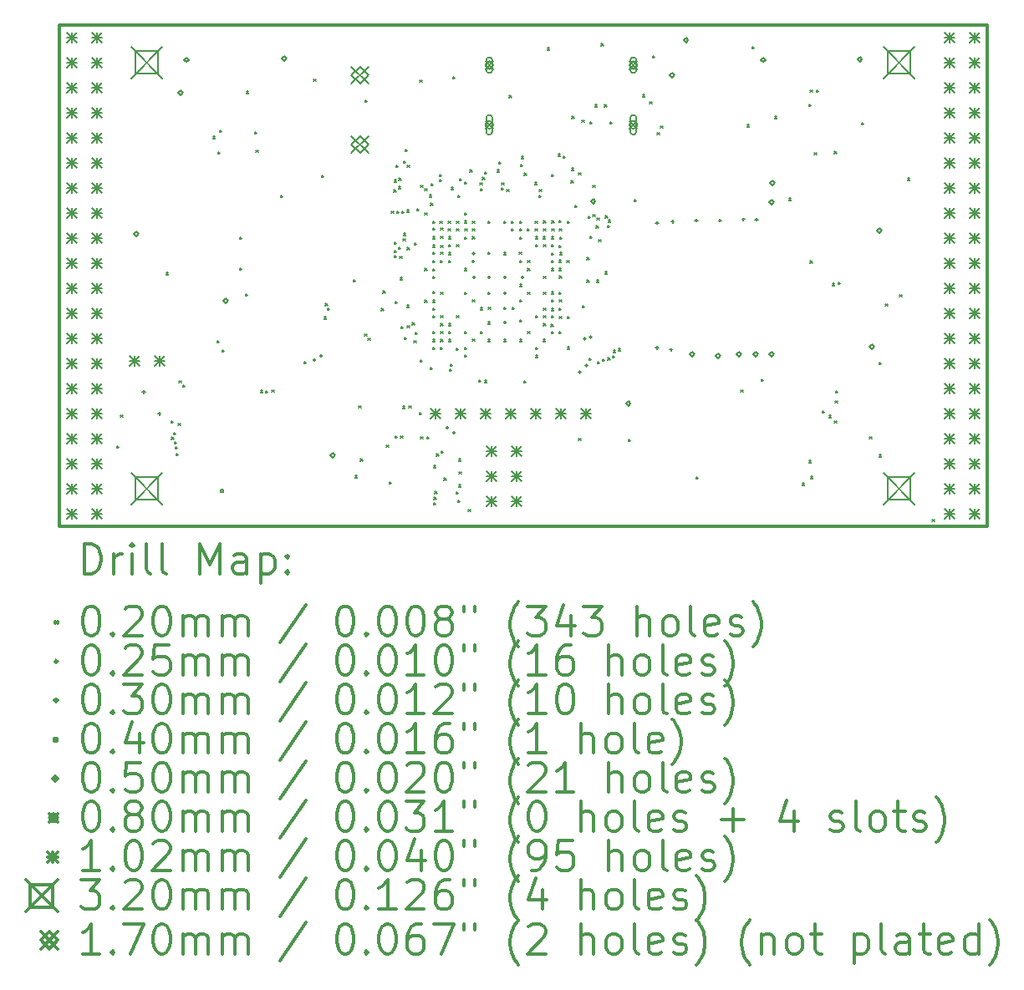
<source format=gbr>
%FSLAX45Y45*%
G04 Gerber Fmt 4.5, Leading zero omitted, Abs format (unit mm)*
G04 Created by KiCad (PCBNEW 4.0.7+dfsg1-1) date Sat Nov 11 23:39:09 2017*
%MOMM*%
%LPD*%
G01*
G04 APERTURE LIST*
%ADD10C,0.127000*%
%ADD11C,0.300000*%
%ADD12C,0.200000*%
G04 APERTURE END LIST*
D10*
D11*
X9410000Y-6142000D02*
X9410000Y-11222000D01*
X18808000Y-6142000D02*
X9410000Y-6142000D01*
X18808000Y-11222000D02*
X18808000Y-6142000D01*
X9410000Y-11222000D02*
X18808000Y-11222000D01*
D12*
X9998000Y-10410000D02*
X10018000Y-10430000D01*
X10018000Y-10410000D02*
X9998000Y-10430000D01*
X10035000Y-10094400D02*
X10055000Y-10114400D01*
X10055000Y-10094400D02*
X10035000Y-10114400D01*
X10493771Y-8653299D02*
X10513771Y-8673299D01*
X10513771Y-8653299D02*
X10493771Y-8673299D01*
X10547276Y-10156132D02*
X10567276Y-10176132D01*
X10567276Y-10156132D02*
X10547276Y-10176132D01*
X10552725Y-10321224D02*
X10572725Y-10341224D01*
X10572725Y-10321224D02*
X10552725Y-10341224D01*
X10571376Y-10271934D02*
X10591376Y-10291934D01*
X10591376Y-10271934D02*
X10571376Y-10291934D01*
X10579560Y-10366582D02*
X10599560Y-10386582D01*
X10599560Y-10366582D02*
X10579560Y-10386582D01*
X10589272Y-10418380D02*
X10609272Y-10438380D01*
X10609272Y-10418380D02*
X10589272Y-10438380D01*
X10598875Y-10487404D02*
X10618875Y-10507404D01*
X10618875Y-10487404D02*
X10598875Y-10507404D01*
X10618105Y-10179347D02*
X10638105Y-10199347D01*
X10638105Y-10179347D02*
X10618105Y-10199347D01*
X10626851Y-9751340D02*
X10646851Y-9771340D01*
X10646851Y-9751340D02*
X10626851Y-9771340D01*
X10664117Y-9793541D02*
X10684117Y-9813541D01*
X10684117Y-9793541D02*
X10664117Y-9813541D01*
X10972800Y-7273000D02*
X10992800Y-7293000D01*
X10992800Y-7273000D02*
X10972800Y-7293000D01*
X11014904Y-9343377D02*
X11034904Y-9363377D01*
X11034904Y-9343377D02*
X11014904Y-9363377D01*
X11021352Y-7428070D02*
X11041352Y-7448070D01*
X11041352Y-7428070D02*
X11021352Y-7448070D01*
X11038300Y-7211500D02*
X11058300Y-7231500D01*
X11058300Y-7211500D02*
X11038300Y-7231500D01*
X11061873Y-9435178D02*
X11081873Y-9455178D01*
X11081873Y-9435178D02*
X11061873Y-9455178D01*
X11241500Y-8291000D02*
X11261500Y-8311000D01*
X11261500Y-8291000D02*
X11241500Y-8311000D01*
X11241500Y-8608500D02*
X11261500Y-8628500D01*
X11261500Y-8608500D02*
X11241500Y-8628500D01*
X11298000Y-8870000D02*
X11318000Y-8890000D01*
X11318000Y-8870000D02*
X11298000Y-8890000D01*
X11311224Y-6814440D02*
X11331224Y-6834440D01*
X11331224Y-6814440D02*
X11311224Y-6834440D01*
X11393900Y-7224200D02*
X11413900Y-7244200D01*
X11413900Y-7224200D02*
X11393900Y-7244200D01*
X11406600Y-7414700D02*
X11426600Y-7434700D01*
X11426600Y-7414700D02*
X11406600Y-7434700D01*
X11450432Y-9847368D02*
X11470432Y-9867368D01*
X11470432Y-9847368D02*
X11450432Y-9867368D01*
X11504932Y-9852549D02*
X11524932Y-9872549D01*
X11524932Y-9852549D02*
X11504932Y-9872549D01*
X11565982Y-9840204D02*
X11585982Y-9860204D01*
X11585982Y-9840204D02*
X11565982Y-9860204D01*
X11655434Y-7867799D02*
X11675434Y-7887799D01*
X11675434Y-7867799D02*
X11655434Y-7887799D01*
X11890851Y-9556294D02*
X11910851Y-9576294D01*
X11910851Y-9556294D02*
X11890851Y-9576294D01*
X11990800Y-6690800D02*
X12010800Y-6710800D01*
X12010800Y-6690800D02*
X11990800Y-6710800D01*
X12073455Y-7667909D02*
X12093455Y-7687909D01*
X12093455Y-7667909D02*
X12073455Y-7687909D01*
X12094120Y-9102507D02*
X12114120Y-9122507D01*
X12114120Y-9102507D02*
X12094120Y-9122507D01*
X12110622Y-8966255D02*
X12130622Y-8986255D01*
X12130622Y-8966255D02*
X12110622Y-8986255D01*
X12130195Y-9015187D02*
X12150195Y-9035187D01*
X12150195Y-9015187D02*
X12130195Y-9035187D01*
X12392771Y-8724771D02*
X12412771Y-8744771D01*
X12412771Y-8724771D02*
X12392771Y-8744771D01*
X12392771Y-8724771D02*
X12412771Y-8744771D01*
X12412771Y-8724771D02*
X12392771Y-8744771D01*
X12410242Y-10710764D02*
X12430242Y-10730764D01*
X12430242Y-10710764D02*
X12410242Y-10730764D01*
X12448000Y-10005500D02*
X12468000Y-10025500D01*
X12468000Y-10005500D02*
X12448000Y-10025500D01*
X12464182Y-10539469D02*
X12484182Y-10559469D01*
X12484182Y-10539469D02*
X12464182Y-10559469D01*
X12506739Y-9274152D02*
X12526739Y-9294152D01*
X12526739Y-9274152D02*
X12506739Y-9294152D01*
X12509354Y-6905685D02*
X12529354Y-6925685D01*
X12529354Y-6905685D02*
X12509354Y-6925685D01*
X12539954Y-9315068D02*
X12559954Y-9335068D01*
X12559954Y-9315068D02*
X12539954Y-9335068D01*
X12678001Y-9017611D02*
X12698001Y-9037611D01*
X12698001Y-9017611D02*
X12678001Y-9037611D01*
X12694005Y-8838107D02*
X12714005Y-8858107D01*
X12714005Y-8838107D02*
X12694005Y-8858107D01*
X12725815Y-10402805D02*
X12745815Y-10422805D01*
X12745815Y-10402805D02*
X12725815Y-10422805D01*
X12755664Y-10771679D02*
X12775664Y-10791679D01*
X12775664Y-10771679D02*
X12755664Y-10791679D01*
X12778962Y-8030743D02*
X12798962Y-8050743D01*
X12798962Y-8030743D02*
X12778962Y-8050743D01*
X12802557Y-7813365D02*
X12822557Y-7833365D01*
X12822557Y-7813365D02*
X12802557Y-7833365D01*
X12805201Y-7714196D02*
X12825201Y-7734196D01*
X12825201Y-7714196D02*
X12805201Y-7734196D01*
X12806546Y-8342876D02*
X12826546Y-8362876D01*
X12826546Y-8342876D02*
X12806546Y-8362876D01*
X12808331Y-8428074D02*
X12828331Y-8448074D01*
X12828331Y-8428074D02*
X12808331Y-8448074D01*
X12810326Y-8480738D02*
X12830326Y-8500738D01*
X12830326Y-8480738D02*
X12810326Y-8500738D01*
X12815144Y-8946421D02*
X12835144Y-8966421D01*
X12835144Y-8946421D02*
X12815144Y-8966421D01*
X12818000Y-10310000D02*
X12838000Y-10330000D01*
X12838000Y-10310000D02*
X12818000Y-10330000D01*
X12824906Y-7565392D02*
X12844906Y-7585392D01*
X12844906Y-7565392D02*
X12824906Y-7585392D01*
X12831658Y-8029985D02*
X12851658Y-8049985D01*
X12851658Y-8029985D02*
X12831658Y-8049985D01*
X12849054Y-7779404D02*
X12869054Y-7799404D01*
X12869054Y-7779404D02*
X12849054Y-7799404D01*
X12851077Y-8397249D02*
X12871077Y-8417249D01*
X12871077Y-8397249D02*
X12851077Y-8417249D01*
X12854493Y-7695003D02*
X12874493Y-7715003D01*
X12874493Y-7695003D02*
X12854493Y-7715003D01*
X12862365Y-8489063D02*
X12882365Y-8509063D01*
X12882365Y-8489063D02*
X12862365Y-8509063D01*
X12867665Y-8703514D02*
X12887665Y-8723514D01*
X12887665Y-8703514D02*
X12867665Y-8723514D01*
X12870682Y-10308590D02*
X12890682Y-10328590D01*
X12890682Y-10308590D02*
X12870682Y-10328590D01*
X12877965Y-9201104D02*
X12897965Y-9221104D01*
X12897965Y-9201104D02*
X12877965Y-9221104D01*
X12884359Y-8029973D02*
X12904359Y-8049973D01*
X12904359Y-8029973D02*
X12884359Y-8049973D01*
X12890520Y-10007480D02*
X12910520Y-10027480D01*
X12910520Y-10007480D02*
X12890520Y-10027480D01*
X12895438Y-8307924D02*
X12915438Y-8327924D01*
X12915438Y-8307924D02*
X12895438Y-8327924D01*
X12900909Y-8255507D02*
X12920909Y-8275507D01*
X12920909Y-8255507D02*
X12900909Y-8275507D01*
X12902508Y-7521580D02*
X12922508Y-7541580D01*
X12922508Y-7521580D02*
X12902508Y-7541580D01*
X12909665Y-9310913D02*
X12929665Y-9330913D01*
X12929665Y-9310913D02*
X12909665Y-9330913D01*
X12915222Y-7404246D02*
X12935222Y-7424246D01*
X12935222Y-7404246D02*
X12915222Y-7424246D01*
X12934924Y-8982695D02*
X12954924Y-9002695D01*
X12954924Y-8982695D02*
X12934924Y-9002695D01*
X12935799Y-8018511D02*
X12955799Y-8038511D01*
X12955799Y-8018511D02*
X12935799Y-8038511D01*
X12937785Y-9190082D02*
X12957785Y-9210082D01*
X12957785Y-9190082D02*
X12937785Y-9210082D01*
X12938514Y-8398242D02*
X12958514Y-8418242D01*
X12958514Y-8398242D02*
X12938514Y-8418242D01*
X12939334Y-7563781D02*
X12959334Y-7583781D01*
X12959334Y-7563781D02*
X12939334Y-7583781D01*
X12956000Y-10005500D02*
X12976000Y-10025500D01*
X12976000Y-10005500D02*
X12956000Y-10025500D01*
X12988816Y-9162200D02*
X13008816Y-9182200D01*
X13008816Y-9162200D02*
X12988816Y-9182200D01*
X13007140Y-9344434D02*
X13027140Y-9364434D01*
X13027140Y-9344434D02*
X13007140Y-9364434D01*
X13010463Y-8349948D02*
X13030463Y-8369948D01*
X13030463Y-8349948D02*
X13010463Y-8369948D01*
X13020226Y-9260033D02*
X13040226Y-9280033D01*
X13040226Y-9260033D02*
X13020226Y-9280033D01*
X13038990Y-8006723D02*
X13058990Y-8026723D01*
X13058990Y-8006723D02*
X13038990Y-8026723D01*
X13059238Y-10069000D02*
X13079238Y-10089000D01*
X13079238Y-10069000D02*
X13059238Y-10089000D01*
X13066199Y-6701962D02*
X13086199Y-6721962D01*
X13086199Y-6701962D02*
X13066199Y-6721962D01*
X13070707Y-9535414D02*
X13090707Y-9555414D01*
X13090707Y-9535414D02*
X13070707Y-9555414D01*
X13073949Y-10316052D02*
X13093949Y-10336052D01*
X13093949Y-10316052D02*
X13073949Y-10336052D01*
X13075683Y-7768682D02*
X13095683Y-7788682D01*
X13095683Y-7768682D02*
X13075683Y-7788682D01*
X13115313Y-7803422D02*
X13135313Y-7823422D01*
X13135313Y-7803422D02*
X13115313Y-7823422D01*
X13117530Y-8049575D02*
X13137530Y-8069575D01*
X13137530Y-8049575D02*
X13117530Y-8069575D01*
X13117831Y-8611310D02*
X13137831Y-8631310D01*
X13137831Y-8611310D02*
X13117831Y-8631310D01*
X13117950Y-8930733D02*
X13137950Y-8950733D01*
X13137950Y-8930733D02*
X13117950Y-8950733D01*
X13135385Y-10316052D02*
X13155385Y-10336052D01*
X13155385Y-10316052D02*
X13135385Y-10336052D01*
X13160933Y-7864587D02*
X13180933Y-7884587D01*
X13180933Y-7864587D02*
X13160933Y-7884587D01*
X13170890Y-9612737D02*
X13190890Y-9632737D01*
X13190890Y-9612737D02*
X13170890Y-9632737D01*
X13174731Y-7948989D02*
X13194731Y-7968989D01*
X13194731Y-7948989D02*
X13174731Y-7968989D01*
X13182329Y-7748485D02*
X13202329Y-7768485D01*
X13202329Y-7748485D02*
X13182329Y-7768485D01*
X13196210Y-8443398D02*
X13216210Y-8463398D01*
X13216210Y-8443398D02*
X13196210Y-8463398D01*
X13197298Y-8527799D02*
X13217298Y-8547799D01*
X13217298Y-8527799D02*
X13197298Y-8547799D01*
X13197562Y-8931064D02*
X13217562Y-8951064D01*
X13217562Y-8931064D02*
X13197562Y-8951064D01*
X13197765Y-9087799D02*
X13217765Y-9107799D01*
X13217765Y-9087799D02*
X13197765Y-9107799D01*
X13197902Y-8288404D02*
X13217902Y-8308404D01*
X13217902Y-8288404D02*
X13197902Y-8308404D01*
X13198000Y-8130000D02*
X13218000Y-8150000D01*
X13218000Y-8130000D02*
X13198000Y-8150000D01*
X13198000Y-8690000D02*
X13218000Y-8710000D01*
X13218000Y-8690000D02*
X13198000Y-8710000D01*
X13198000Y-9250000D02*
X13218000Y-9270000D01*
X13218000Y-9250000D02*
X13198000Y-9270000D01*
X13198000Y-9330000D02*
X13218000Y-9350000D01*
X13218000Y-9330000D02*
X13198000Y-9350000D01*
X13198000Y-9410000D02*
X13218000Y-9430000D01*
X13218000Y-9410000D02*
X13198000Y-9430000D01*
X13198001Y-8200333D02*
X13218001Y-8220333D01*
X13218001Y-8200333D02*
X13198001Y-8220333D01*
X13198296Y-9011078D02*
X13218296Y-9031078D01*
X13218296Y-9011078D02*
X13198296Y-9031078D01*
X13198303Y-8616041D02*
X13218303Y-8636041D01*
X13218303Y-8616041D02*
X13198303Y-8636041D01*
X13198368Y-8372806D02*
X13218368Y-8392806D01*
X13218368Y-8372806D02*
X13198368Y-8392806D01*
X13198405Y-8845827D02*
X13218405Y-8865827D01*
X13218405Y-8845827D02*
X13198405Y-8865827D01*
X13204611Y-10984026D02*
X13224611Y-11004026D01*
X13224611Y-10984026D02*
X13204611Y-11004026D01*
X13206286Y-10608587D02*
X13226286Y-10628587D01*
X13226286Y-10608587D02*
X13206286Y-10628587D01*
X13208900Y-10931500D02*
X13228900Y-10951500D01*
X13228900Y-10931500D02*
X13208900Y-10951500D01*
X13218000Y-10870000D02*
X13238000Y-10890000D01*
X13238000Y-10870000D02*
X13218000Y-10890000D01*
X13234844Y-10489450D02*
X13254844Y-10509450D01*
X13254844Y-10489450D02*
X13234844Y-10509450D01*
X13263724Y-7657621D02*
X13283724Y-7677621D01*
X13283724Y-7657621D02*
X13263724Y-7677621D01*
X13266117Y-7710267D02*
X13286117Y-7730267D01*
X13286117Y-7710267D02*
X13266117Y-7730267D01*
X13268334Y-8130000D02*
X13288334Y-8150000D01*
X13288334Y-8130000D02*
X13268334Y-8150000D01*
X13273464Y-8527799D02*
X13293464Y-8547799D01*
X13293464Y-8527799D02*
X13273464Y-8547799D01*
X13274623Y-9409707D02*
X13294623Y-9429707D01*
X13294623Y-9409707D02*
X13274623Y-9429707D01*
X13276300Y-8202454D02*
X13296300Y-8222454D01*
X13296300Y-8202454D02*
X13276300Y-8222454D01*
X13277177Y-8443398D02*
X13297177Y-8463398D01*
X13297177Y-8443398D02*
X13277177Y-8463398D01*
X13277261Y-8286855D02*
X13297261Y-8306855D01*
X13297261Y-8286855D02*
X13277261Y-8306855D01*
X13278000Y-8850000D02*
X13298000Y-8870000D01*
X13298000Y-8850000D02*
X13278000Y-8870000D01*
X13278000Y-9090000D02*
X13298000Y-9110000D01*
X13298000Y-9090000D02*
X13278000Y-9110000D01*
X13278000Y-9170000D02*
X13298000Y-9190000D01*
X13298000Y-9170000D02*
X13278000Y-9190000D01*
X13278000Y-9250000D02*
X13298000Y-9270000D01*
X13298000Y-9250000D02*
X13278000Y-9270000D01*
X13278000Y-9330000D02*
X13298000Y-9350000D01*
X13298000Y-9330000D02*
X13278000Y-9350000D01*
X13278089Y-8379783D02*
X13298089Y-8399784D01*
X13298089Y-8379783D02*
X13278089Y-8399784D01*
X13283696Y-10459892D02*
X13303696Y-10479892D01*
X13303696Y-10459892D02*
X13283696Y-10479892D01*
X13311600Y-10736500D02*
X13331600Y-10756500D01*
X13331600Y-10736500D02*
X13311600Y-10756500D01*
X13352736Y-8131468D02*
X13372736Y-8151468D01*
X13372736Y-8131468D02*
X13352736Y-8151468D01*
X13354839Y-8209060D02*
X13374839Y-8229060D01*
X13374839Y-8209060D02*
X13354839Y-8229060D01*
X13357194Y-8449520D02*
X13377194Y-8469520D01*
X13377194Y-8449520D02*
X13357194Y-8469520D01*
X13358000Y-8290000D02*
X13378000Y-8310000D01*
X13378000Y-8290000D02*
X13358000Y-8310000D01*
X13358000Y-8370000D02*
X13378000Y-8390000D01*
X13378000Y-8370000D02*
X13358000Y-8390000D01*
X13358000Y-8530000D02*
X13378000Y-8550000D01*
X13378000Y-8530000D02*
X13358000Y-8550000D01*
X13358000Y-9170000D02*
X13378000Y-9190000D01*
X13378000Y-9170000D02*
X13358000Y-9190000D01*
X13358000Y-9250000D02*
X13378000Y-9270000D01*
X13378000Y-9250000D02*
X13358000Y-9270000D01*
X13358548Y-9330230D02*
X13378548Y-9350230D01*
X13378548Y-9330230D02*
X13358548Y-9350230D01*
X13366285Y-9629515D02*
X13386285Y-9649515D01*
X13386285Y-9629515D02*
X13366285Y-9649515D01*
X13375239Y-9577580D02*
X13395239Y-9597580D01*
X13395239Y-9577580D02*
X13375239Y-9597580D01*
X13384238Y-7788077D02*
X13404238Y-7808077D01*
X13404238Y-7788077D02*
X13384238Y-7808077D01*
X13397916Y-6668615D02*
X13417916Y-6688615D01*
X13417916Y-6668615D02*
X13397916Y-6688615D01*
X13435582Y-9416717D02*
X13455582Y-9436717D01*
X13455582Y-9416717D02*
X13435582Y-9436717D01*
X13436400Y-10874197D02*
X13456400Y-10894197D01*
X13456400Y-10874197D02*
X13436400Y-10894197D01*
X13437137Y-8130675D02*
X13457137Y-8150675D01*
X13457137Y-8130675D02*
X13437137Y-8150675D01*
X13437651Y-8208015D02*
X13457651Y-8228015D01*
X13457651Y-8208015D02*
X13437651Y-8228015D01*
X13438000Y-8370000D02*
X13458000Y-8390000D01*
X13458000Y-8370000D02*
X13438000Y-8390000D01*
X13438000Y-9090000D02*
X13458000Y-9110000D01*
X13458000Y-9090000D02*
X13438000Y-9110000D01*
X13451300Y-7871900D02*
X13471300Y-7891900D01*
X13471300Y-7871900D02*
X13451300Y-7891900D01*
X13453687Y-10961995D02*
X13473687Y-10981995D01*
X13473687Y-10961995D02*
X13453687Y-10981995D01*
X13457587Y-10803159D02*
X13477587Y-10823159D01*
X13477587Y-10803159D02*
X13457587Y-10823159D01*
X13460735Y-10540845D02*
X13480735Y-10560845D01*
X13480735Y-10540845D02*
X13460735Y-10560845D01*
X13465065Y-10671051D02*
X13485065Y-10691051D01*
X13485065Y-10671051D02*
X13465065Y-10691051D01*
X13465805Y-7703014D02*
X13485805Y-7723014D01*
X13485805Y-7703014D02*
X13465805Y-7723014D01*
X13517331Y-8851860D02*
X13537331Y-8871860D01*
X13537331Y-8851860D02*
X13517331Y-8871860D01*
X13518000Y-8292201D02*
X13538000Y-8312201D01*
X13538000Y-8292201D02*
X13518000Y-8312201D01*
X13518000Y-8610000D02*
X13538000Y-8630000D01*
X13538000Y-8610000D02*
X13518000Y-8630000D01*
X13518000Y-9250000D02*
X13538000Y-9270000D01*
X13538000Y-9250000D02*
X13518000Y-9270000D01*
X13518006Y-7736330D02*
X13538006Y-7756330D01*
X13538006Y-7736330D02*
X13518006Y-7756330D01*
X13518128Y-8048312D02*
X13538128Y-8068312D01*
X13538128Y-8048312D02*
X13518128Y-8068312D01*
X13518463Y-9488530D02*
X13538463Y-9508530D01*
X13538463Y-9488530D02*
X13518463Y-9508530D01*
X13518862Y-9412562D02*
X13538862Y-9432562D01*
X13538862Y-9412562D02*
X13518862Y-9432562D01*
X13521538Y-8129192D02*
X13541538Y-8149192D01*
X13541538Y-8129192D02*
X13521538Y-8149192D01*
X13522052Y-8209644D02*
X13542052Y-8229644D01*
X13542052Y-8209644D02*
X13522052Y-8229644D01*
X13555656Y-11051071D02*
X13575656Y-11071071D01*
X13575656Y-11051071D02*
X13555656Y-11071071D01*
X13573070Y-7610061D02*
X13593070Y-7630061D01*
X13593070Y-7610061D02*
X13573070Y-7630061D01*
X13598000Y-8210000D02*
X13618000Y-8230000D01*
X13618000Y-8210000D02*
X13598000Y-8230000D01*
X13598000Y-8290000D02*
X13618000Y-8310000D01*
X13618000Y-8290000D02*
X13598000Y-8310000D01*
X13598517Y-8929483D02*
X13618517Y-8949483D01*
X13618517Y-8929483D02*
X13598517Y-8949483D01*
X13599596Y-9326965D02*
X13619596Y-9346965D01*
X13619596Y-9326965D02*
X13599596Y-9346965D01*
X13599639Y-8129507D02*
X13619639Y-8149507D01*
X13619639Y-8129507D02*
X13599639Y-8149507D01*
X13664090Y-9741450D02*
X13684090Y-9761450D01*
X13684090Y-9741450D02*
X13664090Y-9761450D01*
X13675954Y-7745082D02*
X13695954Y-7765082D01*
X13695954Y-7745082D02*
X13675954Y-7765082D01*
X13678000Y-9250000D02*
X13698000Y-9270000D01*
X13698000Y-9250000D02*
X13678000Y-9270000D01*
X13678517Y-9009483D02*
X13698517Y-9029483D01*
X13698517Y-9009483D02*
X13678517Y-9029483D01*
X13682206Y-7799789D02*
X13702206Y-7819789D01*
X13702206Y-7799789D02*
X13682206Y-7819789D01*
X13700695Y-7687992D02*
X13720695Y-7707992D01*
X13720695Y-7687992D02*
X13700695Y-7707992D01*
X13719559Y-9743802D02*
X13739559Y-9763802D01*
X13739559Y-9743802D02*
X13719559Y-9763802D01*
X13720873Y-7631502D02*
X13740873Y-7651502D01*
X13740873Y-7631502D02*
X13720873Y-7651502D01*
X13755905Y-9153803D02*
X13775905Y-9173803D01*
X13775905Y-9153803D02*
X13755905Y-9173803D01*
X13758000Y-8130000D02*
X13778000Y-8150000D01*
X13778000Y-8130000D02*
X13758000Y-8150000D01*
X13758000Y-8850000D02*
X13778000Y-8870000D01*
X13778000Y-8850000D02*
X13758000Y-8870000D01*
X13758000Y-9330000D02*
X13778000Y-9350000D01*
X13778000Y-9330000D02*
X13758000Y-9350000D01*
X13758056Y-8443409D02*
X13778056Y-8463409D01*
X13778056Y-8443409D02*
X13758056Y-8463409D01*
X13758900Y-9002299D02*
X13778900Y-9022299D01*
X13778900Y-9002299D02*
X13758900Y-9022299D01*
X13848000Y-7610000D02*
X13868000Y-7630000D01*
X13868000Y-7610000D02*
X13848000Y-7630000D01*
X13867920Y-7530076D02*
X13887920Y-7550076D01*
X13887920Y-7530076D02*
X13867920Y-7550076D01*
X13893411Y-7794095D02*
X13913411Y-7814095D01*
X13913411Y-7794095D02*
X13893411Y-7814095D01*
X13894675Y-7741409D02*
X13914675Y-7761409D01*
X13914675Y-7741409D02*
X13894675Y-7761409D01*
X13917252Y-8451135D02*
X13937252Y-8471135D01*
X13937252Y-8451135D02*
X13917252Y-8471135D01*
X13918000Y-8130000D02*
X13938000Y-8150000D01*
X13938000Y-8130000D02*
X13918000Y-8150000D01*
X13918000Y-9002299D02*
X13938000Y-9022299D01*
X13938000Y-9002299D02*
X13918000Y-9022299D01*
X13918000Y-9330000D02*
X13938000Y-9350000D01*
X13938000Y-9330000D02*
X13918000Y-9350000D01*
X13947862Y-7810586D02*
X13967862Y-7830586D01*
X13967862Y-7810586D02*
X13947862Y-7830586D01*
X13972000Y-6856567D02*
X13992000Y-6876567D01*
X13992000Y-6856567D02*
X13972000Y-6876567D01*
X13993095Y-8210000D02*
X14013095Y-8230000D01*
X14013095Y-8210000D02*
X13993095Y-8230000D01*
X13993599Y-8130000D02*
X14013599Y-8150000D01*
X14013599Y-8130000D02*
X13993599Y-8150000D01*
X13999489Y-9002299D02*
X14019489Y-9022299D01*
X14019489Y-9002299D02*
X13999489Y-9022299D01*
X14073600Y-8443400D02*
X14093600Y-8463400D01*
X14093600Y-8443400D02*
X14073600Y-8463400D01*
X14076403Y-8294140D02*
X14096403Y-8314140D01*
X14096403Y-8294140D02*
X14076403Y-8314140D01*
X14077419Y-9133335D02*
X14097419Y-9153335D01*
X14097419Y-9133335D02*
X14077419Y-9153335D01*
X14077497Y-8207716D02*
X14097497Y-8227716D01*
X14097497Y-8207716D02*
X14077497Y-8227716D01*
X14078000Y-8130000D02*
X14098000Y-8150000D01*
X14098000Y-8130000D02*
X14078000Y-8150000D01*
X14078000Y-8530000D02*
X14098000Y-8550000D01*
X14098000Y-8530000D02*
X14078000Y-8550000D01*
X14078000Y-8770000D02*
X14098000Y-8790000D01*
X14098000Y-8770000D02*
X14078000Y-8790000D01*
X14078000Y-8930000D02*
X14098000Y-8950000D01*
X14098000Y-8930000D02*
X14078000Y-8950000D01*
X14078000Y-9330000D02*
X14098000Y-9350000D01*
X14098000Y-9330000D02*
X14078000Y-9350000D01*
X14088006Y-7558194D02*
X14108006Y-7578194D01*
X14108006Y-7558194D02*
X14088006Y-7578194D01*
X14094664Y-7477380D02*
X14114664Y-7497380D01*
X14114664Y-7477380D02*
X14094664Y-7497380D01*
X14118000Y-9750000D02*
X14138000Y-9770000D01*
X14138000Y-9750000D02*
X14118000Y-9770000D01*
X14124297Y-7645500D02*
X14144297Y-7665500D01*
X14144297Y-7645500D02*
X14124297Y-7665500D01*
X14156269Y-8210778D02*
X14176269Y-8230778D01*
X14176269Y-8210778D02*
X14156269Y-8230778D01*
X14158000Y-8530000D02*
X14178000Y-8550000D01*
X14178000Y-8530000D02*
X14158000Y-8550000D01*
X14158000Y-8610000D02*
X14178000Y-8630000D01*
X14178000Y-8610000D02*
X14158000Y-8630000D01*
X14158000Y-8850000D02*
X14178000Y-8870000D01*
X14178000Y-8850000D02*
X14158000Y-8870000D01*
X14158000Y-9250000D02*
X14178000Y-9270000D01*
X14178000Y-9250000D02*
X14158000Y-9270000D01*
X14227745Y-7739745D02*
X14247745Y-7759745D01*
X14247745Y-7739745D02*
X14227745Y-7759745D01*
X14233746Y-8208147D02*
X14253746Y-8228147D01*
X14253746Y-8208147D02*
X14233746Y-8228147D01*
X14235691Y-8130580D02*
X14255691Y-8150580D01*
X14255691Y-8130580D02*
X14235691Y-8150580D01*
X14237355Y-8289891D02*
X14257355Y-8309891D01*
X14257355Y-8289891D02*
X14237355Y-8309891D01*
X14238000Y-8370000D02*
X14258000Y-8390000D01*
X14258000Y-8370000D02*
X14238000Y-8390000D01*
X14238000Y-9090000D02*
X14258000Y-9110000D01*
X14258000Y-9090000D02*
X14238000Y-9110000D01*
X14238000Y-9410000D02*
X14258000Y-9430000D01*
X14258000Y-9410000D02*
X14238000Y-9430000D01*
X14238000Y-9490000D02*
X14258000Y-9510000D01*
X14258000Y-9490000D02*
X14238000Y-9510000D01*
X14274121Y-7868425D02*
X14294121Y-7888425D01*
X14294121Y-7868425D02*
X14274121Y-7888425D01*
X14277891Y-7811737D02*
X14297891Y-7831737D01*
X14297891Y-7811737D02*
X14277891Y-7831737D01*
X14315799Y-8290000D02*
X14335799Y-8310000D01*
X14335799Y-8290000D02*
X14315799Y-8310000D01*
X14316969Y-9331491D02*
X14336969Y-9351491D01*
X14336969Y-9331491D02*
X14316969Y-9351491D01*
X14317803Y-8849503D02*
X14337803Y-8869503D01*
X14337803Y-8849503D02*
X14317803Y-8869503D01*
X14318000Y-8370000D02*
X14338000Y-8390000D01*
X14338000Y-8370000D02*
X14318000Y-8390000D01*
X14318000Y-8690000D02*
X14338000Y-8710000D01*
X14338000Y-8690000D02*
X14318000Y-8710000D01*
X14318000Y-9090000D02*
X14338000Y-9110000D01*
X14338000Y-9090000D02*
X14318000Y-9110000D01*
X14318000Y-9170000D02*
X14338000Y-9190000D01*
X14338000Y-9170000D02*
X14318000Y-9190000D01*
X14318147Y-8210607D02*
X14338147Y-8230607D01*
X14338147Y-8210607D02*
X14318147Y-8230607D01*
X14318182Y-9010195D02*
X14338182Y-9030195D01*
X14338182Y-9010195D02*
X14318182Y-9030195D01*
X14320092Y-8127729D02*
X14340092Y-8147729D01*
X14340092Y-8127729D02*
X14320092Y-8147729D01*
X14355067Y-6376252D02*
X14375067Y-6396252D01*
X14375067Y-6376252D02*
X14355067Y-6396252D01*
X14396483Y-9177765D02*
X14416483Y-9197765D01*
X14416483Y-9177765D02*
X14396483Y-9197765D01*
X14397624Y-8929530D02*
X14417624Y-8949530D01*
X14417624Y-8929530D02*
X14397624Y-8949530D01*
X14397701Y-9016697D02*
X14417701Y-9036697D01*
X14417701Y-9016697D02*
X14397701Y-9036697D01*
X14398000Y-8610000D02*
X14418000Y-8630000D01*
X14418000Y-8610000D02*
X14398000Y-8630000D01*
X14398000Y-9090000D02*
X14418000Y-9110000D01*
X14418000Y-9090000D02*
X14398000Y-9110000D01*
X14398283Y-8848451D02*
X14418283Y-8868451D01*
X14418283Y-8848451D02*
X14398283Y-8868451D01*
X14398865Y-7658608D02*
X14418865Y-7678608D01*
X14418865Y-7658608D02*
X14398865Y-7678608D01*
X14400201Y-8290000D02*
X14420201Y-8310000D01*
X14420201Y-8290000D02*
X14400201Y-8310000D01*
X14400201Y-8529722D02*
X14420201Y-8549722D01*
X14420201Y-8529722D02*
X14400201Y-8549722D01*
X14400319Y-8367799D02*
X14420319Y-8387799D01*
X14420319Y-8367799D02*
X14400319Y-8387799D01*
X14400319Y-8452201D02*
X14420319Y-8472201D01*
X14420319Y-8452201D02*
X14400319Y-8472201D01*
X14401325Y-9248876D02*
X14421325Y-9268876D01*
X14421325Y-9248876D02*
X14401325Y-9268876D01*
X14402549Y-8208647D02*
X14422549Y-8228647D01*
X14422549Y-8208647D02*
X14402549Y-8228647D01*
X14404493Y-8128708D02*
X14424493Y-8148708D01*
X14424493Y-8128708D02*
X14404493Y-8148708D01*
X14468000Y-7449038D02*
X14488000Y-7469038D01*
X14488000Y-7449038D02*
X14468000Y-7469038D01*
X14476724Y-9012976D02*
X14496724Y-9032976D01*
X14496724Y-9012976D02*
X14476724Y-9032976D01*
X14476810Y-8527135D02*
X14496810Y-8547135D01*
X14496810Y-8527135D02*
X14476810Y-8547135D01*
X14477394Y-8376040D02*
X14497394Y-8396040D01*
X14497394Y-8376040D02*
X14477394Y-8396040D01*
X14477515Y-8611890D02*
X14497515Y-8631890D01*
X14497515Y-8611890D02*
X14477515Y-8631890D01*
X14477654Y-8122836D02*
X14497654Y-8142836D01*
X14497654Y-8122836D02*
X14477654Y-8142836D01*
X14477765Y-8852201D02*
X14497765Y-8872201D01*
X14497765Y-8852201D02*
X14477765Y-8872201D01*
X14478235Y-9247799D02*
X14498235Y-9267799D01*
X14498235Y-9247799D02*
X14478235Y-9267799D01*
X14478812Y-8207237D02*
X14498812Y-8227237D01*
X14498812Y-8207237D02*
X14478812Y-8227237D01*
X14479163Y-9097377D02*
X14499163Y-9117377D01*
X14499163Y-9097377D02*
X14479163Y-9117377D01*
X14479260Y-8928574D02*
X14499260Y-8948574D01*
X14499260Y-8928574D02*
X14479260Y-8948574D01*
X14479432Y-8687756D02*
X14499432Y-8707756D01*
X14499432Y-8687756D02*
X14479432Y-8707756D01*
X14481566Y-8449874D02*
X14501566Y-8469874D01*
X14501566Y-8449874D02*
X14481566Y-8469874D01*
X14481689Y-8291638D02*
X14501689Y-8311638D01*
X14501689Y-8291638D02*
X14481689Y-8311638D01*
X14515569Y-7471722D02*
X14535569Y-7491722D01*
X14535569Y-7471722D02*
X14515569Y-7491722D01*
X14557281Y-8529606D02*
X14577281Y-8549606D01*
X14577281Y-8529606D02*
X14557281Y-8549606D01*
X14558000Y-8130000D02*
X14578000Y-8150000D01*
X14578000Y-8130000D02*
X14558000Y-8150000D01*
X14558000Y-9407799D02*
X14578000Y-9427799D01*
X14578000Y-9407799D02*
X14558000Y-9427799D01*
X14559846Y-9097377D02*
X14579846Y-9117377D01*
X14579846Y-9097377D02*
X14559846Y-9117377D01*
X14598908Y-7720057D02*
X14618908Y-7740057D01*
X14618908Y-7720057D02*
X14598908Y-7740057D01*
X14603080Y-7596013D02*
X14623080Y-7616013D01*
X14623080Y-7596013D02*
X14603080Y-7616013D01*
X14608000Y-7070000D02*
X14628000Y-7090000D01*
X14628000Y-7070000D02*
X14608000Y-7090000D01*
X14638141Y-7971938D02*
X14658141Y-7991938D01*
X14658141Y-7971938D02*
X14638141Y-7991938D01*
X14674429Y-10335274D02*
X14694429Y-10355274D01*
X14694429Y-10335274D02*
X14674429Y-10355274D01*
X14675012Y-7640082D02*
X14695012Y-7660082D01*
X14695012Y-7640082D02*
X14675012Y-7660082D01*
X14708600Y-7110000D02*
X14728600Y-7130000D01*
X14728600Y-7110000D02*
X14708600Y-7130000D01*
X14710765Y-8987304D02*
X14730765Y-9007304D01*
X14730765Y-8987304D02*
X14710765Y-9007304D01*
X14758752Y-8499333D02*
X14778752Y-8519333D01*
X14778752Y-8499333D02*
X14758752Y-8519333D01*
X14759554Y-8727799D02*
X14779554Y-8747799D01*
X14779554Y-8727799D02*
X14759554Y-8747799D01*
X14770223Y-8081781D02*
X14790223Y-8101781D01*
X14790223Y-8081781D02*
X14770223Y-8101781D01*
X14782793Y-9522924D02*
X14802793Y-9542924D01*
X14802793Y-9522924D02*
X14782793Y-9542924D01*
X14788315Y-7124708D02*
X14808315Y-7144708D01*
X14808315Y-7124708D02*
X14788315Y-7144708D01*
X14790137Y-8285878D02*
X14810137Y-8305878D01*
X14810137Y-8285878D02*
X14790137Y-8305878D01*
X14817193Y-7767799D02*
X14837193Y-7787799D01*
X14837193Y-7767799D02*
X14817193Y-7787799D01*
X14819827Y-8063981D02*
X14839827Y-8083981D01*
X14839827Y-8063981D02*
X14819827Y-8083981D01*
X14837783Y-6951968D02*
X14857783Y-6971968D01*
X14857783Y-6951968D02*
X14837783Y-6971968D01*
X14851067Y-8180003D02*
X14871067Y-8200003D01*
X14871067Y-8180003D02*
X14851067Y-8200003D01*
X14858860Y-8727808D02*
X14878860Y-8747808D01*
X14878860Y-8727808D02*
X14858860Y-8747808D01*
X14861989Y-8095601D02*
X14881989Y-8115601D01*
X14881989Y-8095601D02*
X14861989Y-8115601D01*
X14864798Y-9556963D02*
X14884798Y-9576963D01*
X14884798Y-9556963D02*
X14864798Y-9576963D01*
X14877872Y-8316103D02*
X14897872Y-8336103D01*
X14897872Y-8316103D02*
X14877872Y-8336103D01*
X14903412Y-6332405D02*
X14923412Y-6352405D01*
X14923412Y-6332405D02*
X14903412Y-6352405D01*
X14918439Y-9527799D02*
X14938439Y-9547799D01*
X14938439Y-9527799D02*
X14918439Y-9547799D01*
X14937595Y-6951968D02*
X14957595Y-6971968D01*
X14957595Y-6951968D02*
X14937595Y-6971968D01*
X14942082Y-8643412D02*
X14962082Y-8663412D01*
X14962082Y-8643412D02*
X14942082Y-8663412D01*
X14944975Y-8076843D02*
X14964975Y-8096843D01*
X14964975Y-8076843D02*
X14944975Y-8096843D01*
X14967169Y-8172566D02*
X14987169Y-8192566D01*
X14987169Y-8172566D02*
X14967169Y-8192566D01*
X14969589Y-9515108D02*
X14989589Y-9535108D01*
X14989589Y-9515108D02*
X14969589Y-9535108D01*
X14974647Y-8120398D02*
X14994647Y-8140398D01*
X14994647Y-8120398D02*
X14974647Y-8140398D01*
X14993085Y-7123185D02*
X15013085Y-7143185D01*
X15013085Y-7123185D02*
X14993085Y-7143185D01*
X15017890Y-9494025D02*
X15037890Y-9514025D01*
X15037890Y-9494025D02*
X15017890Y-9514025D01*
X15024597Y-9441753D02*
X15044597Y-9461753D01*
X15044597Y-9441753D02*
X15024597Y-9461753D01*
X15078921Y-9423257D02*
X15098921Y-9443257D01*
X15098921Y-9423257D02*
X15078921Y-9443257D01*
X15179638Y-10341072D02*
X15199638Y-10361072D01*
X15199638Y-10341072D02*
X15179638Y-10361072D01*
X15239707Y-7909347D02*
X15259707Y-7929347D01*
X15259707Y-7909347D02*
X15239707Y-7929347D01*
X15319711Y-6850829D02*
X15339711Y-6870829D01*
X15339711Y-6850829D02*
X15319711Y-6870829D01*
X15395230Y-6920230D02*
X15415230Y-6940230D01*
X15415230Y-6920230D02*
X15395230Y-6940230D01*
X15422933Y-6454377D02*
X15442933Y-6474377D01*
X15442933Y-6454377D02*
X15422933Y-6474377D01*
X15469400Y-7232600D02*
X15489400Y-7252600D01*
X15489400Y-7232600D02*
X15469400Y-7252600D01*
X15504936Y-7166453D02*
X15524936Y-7186453D01*
X15524936Y-7166453D02*
X15504936Y-7186453D01*
X15861665Y-10722518D02*
X15881665Y-10742518D01*
X15881665Y-10722518D02*
X15861665Y-10742518D01*
X16317742Y-9840172D02*
X16337742Y-9860172D01*
X16337742Y-9840172D02*
X16317742Y-9860172D01*
X16380885Y-7155186D02*
X16400885Y-7175186D01*
X16400885Y-7155186D02*
X16380885Y-7175186D01*
X16433388Y-6363745D02*
X16453388Y-6383745D01*
X16453388Y-6363745D02*
X16433388Y-6383745D01*
X16524921Y-9732292D02*
X16544921Y-9752292D01*
X16544921Y-9732292D02*
X16524921Y-9752292D01*
X16657891Y-7070355D02*
X16677891Y-7090355D01*
X16677891Y-7070355D02*
X16657891Y-7090355D01*
X16806644Y-7900804D02*
X16826644Y-7920804D01*
X16826644Y-7900804D02*
X16806644Y-7920804D01*
X16940659Y-10785373D02*
X16960659Y-10805373D01*
X16960659Y-10785373D02*
X16940659Y-10805373D01*
X17005773Y-10556635D02*
X17025773Y-10576635D01*
X17025773Y-10556635D02*
X17005773Y-10576635D01*
X17008296Y-6947101D02*
X17028296Y-6967101D01*
X17028296Y-6947101D02*
X17008296Y-6967101D01*
X17020000Y-6805100D02*
X17040000Y-6825100D01*
X17040000Y-6805100D02*
X17020000Y-6825100D01*
X17020954Y-8534153D02*
X17040954Y-8554153D01*
X17040954Y-8534153D02*
X17020954Y-8554153D01*
X17026290Y-10718620D02*
X17046290Y-10738620D01*
X17046290Y-10718620D02*
X17026290Y-10738620D01*
X17063590Y-7436498D02*
X17083590Y-7456498D01*
X17083590Y-7436498D02*
X17063590Y-7456498D01*
X17085000Y-6802556D02*
X17105000Y-6822556D01*
X17105000Y-6802556D02*
X17085000Y-6822556D01*
X17144030Y-10054574D02*
X17164030Y-10074574D01*
X17164030Y-10054574D02*
X17144030Y-10074574D01*
X17209336Y-10100566D02*
X17229336Y-10120566D01*
X17229336Y-10100566D02*
X17209336Y-10120566D01*
X17246454Y-8762201D02*
X17266454Y-8782201D01*
X17266454Y-8762201D02*
X17246454Y-8782201D01*
X17264664Y-7424799D02*
X17284664Y-7444799D01*
X17284664Y-7424799D02*
X17264664Y-7444799D01*
X17266127Y-10155168D02*
X17286127Y-10175168D01*
X17286127Y-10155168D02*
X17266127Y-10175168D01*
X17273463Y-9949992D02*
X17293463Y-9969992D01*
X17293463Y-9949992D02*
X17273463Y-9969992D01*
X17277992Y-9851865D02*
X17297992Y-9871865D01*
X17297992Y-9851865D02*
X17277992Y-9871865D01*
X17303795Y-8749428D02*
X17323795Y-8769428D01*
X17323795Y-8749428D02*
X17303795Y-8769428D01*
X17539563Y-7135743D02*
X17559563Y-7155743D01*
X17559563Y-7135743D02*
X17539563Y-7155743D01*
X17620559Y-10317981D02*
X17640559Y-10337981D01*
X17640559Y-10317981D02*
X17620559Y-10337981D01*
X17717400Y-10497912D02*
X17737400Y-10517912D01*
X17737400Y-10497912D02*
X17717400Y-10517912D01*
X17718500Y-9561000D02*
X17738500Y-9581000D01*
X17738500Y-9561000D02*
X17718500Y-9581000D01*
X17782698Y-8971206D02*
X17802698Y-8991206D01*
X17802698Y-8971206D02*
X17782698Y-8991206D01*
X17925151Y-8876833D02*
X17945151Y-8896833D01*
X17945151Y-8876833D02*
X17925151Y-8896833D01*
X18003742Y-7696947D02*
X18023742Y-7716947D01*
X18023742Y-7696947D02*
X18003742Y-7716947D01*
X18257515Y-11153763D02*
X18277515Y-11173763D01*
X18277515Y-11153763D02*
X18257515Y-11173763D01*
X12010516Y-9541295D02*
G75*
G03X12010516Y-9541295I-12700J0D01*
G01*
X12076103Y-9497760D02*
G75*
G03X12076103Y-9497760I-12700J0D01*
G01*
X13357629Y-10223262D02*
G75*
G03X13357629Y-10223262I-12700J0D01*
G01*
X13420141Y-10275223D02*
G75*
G03X13420141Y-10275223I-12700J0D01*
G01*
X13620700Y-8460000D02*
G75*
G03X13620700Y-8460000I-12700J0D01*
G01*
X13620700Y-8540000D02*
G75*
G03X13620700Y-8540000I-12700J0D01*
G01*
X13623799Y-8699540D02*
G75*
G03X13623799Y-8699540I-12700J0D01*
G01*
X13780700Y-8700000D02*
G75*
G03X13780700Y-8700000I-12700J0D01*
G01*
X13939164Y-9161521D02*
G75*
G03X13939164Y-9161521I-12700J0D01*
G01*
X13940700Y-8700000D02*
G75*
G03X13940700Y-8700000I-12700J0D01*
G01*
X13940700Y-8860000D02*
G75*
G03X13940700Y-8860000I-12700J0D01*
G01*
X14116986Y-8699500D02*
G75*
G03X14116986Y-8699500I-12700J0D01*
G01*
X14698950Y-9661750D02*
G75*
G03X14698950Y-9661750I-12700J0D01*
G01*
X14748267Y-9321929D02*
G75*
G03X14748267Y-9321929I-12700J0D01*
G01*
X14766147Y-9591326D02*
G75*
G03X14766147Y-9591326I-12700J0D01*
G01*
X14804230Y-9306313D02*
G75*
G03X14804230Y-9306313I-12700J0D01*
G01*
X10271005Y-9844495D02*
X10271005Y-9874495D01*
X10256005Y-9859495D02*
X10286005Y-9859495D01*
X10426000Y-10064000D02*
X10426000Y-10094000D01*
X10411000Y-10079000D02*
X10441000Y-10079000D01*
X15465753Y-8131365D02*
X15465753Y-8161365D01*
X15450753Y-8146365D02*
X15480753Y-8146365D01*
X15468314Y-9396584D02*
X15468314Y-9426584D01*
X15453314Y-9411584D02*
X15483314Y-9411584D01*
X15607711Y-9417696D02*
X15607711Y-9447696D01*
X15592711Y-9432696D02*
X15622711Y-9432696D01*
X15626277Y-8119937D02*
X15626277Y-8149937D01*
X15611277Y-8134937D02*
X15641277Y-8134937D01*
X15868000Y-8106084D02*
X15868000Y-8136084D01*
X15853000Y-8121084D02*
X15883000Y-8121084D01*
X16106799Y-8106612D02*
X16106799Y-8136612D01*
X16091799Y-8121612D02*
X16121799Y-8121612D01*
X16342203Y-8097066D02*
X16342203Y-8127066D01*
X16327203Y-8112066D02*
X16357203Y-8112066D01*
X16474183Y-8098057D02*
X16474183Y-8128057D01*
X16459183Y-8113057D02*
X16489183Y-8113057D01*
X11073534Y-10877788D02*
X11073534Y-10849504D01*
X11045249Y-10849504D01*
X11045249Y-10877788D01*
X11073534Y-10877788D01*
X10193207Y-8283505D02*
X10218207Y-8258505D01*
X10193207Y-8233505D01*
X10168207Y-8258505D01*
X10193207Y-8283505D01*
X10641780Y-6856248D02*
X10666780Y-6831248D01*
X10641780Y-6806248D01*
X10616780Y-6831248D01*
X10641780Y-6856248D01*
X10697481Y-6520397D02*
X10722481Y-6495397D01*
X10697481Y-6470397D01*
X10672481Y-6495397D01*
X10697481Y-6520397D01*
X11099100Y-8961000D02*
X11124100Y-8936000D01*
X11099100Y-8911000D01*
X11074100Y-8936000D01*
X11099100Y-8961000D01*
X11688050Y-6505294D02*
X11713050Y-6480294D01*
X11688050Y-6455294D01*
X11663050Y-6480294D01*
X11688050Y-6505294D01*
X12186187Y-10528017D02*
X12211187Y-10503017D01*
X12186187Y-10478017D01*
X12161187Y-10503017D01*
X12186187Y-10528017D01*
X14820245Y-7952879D02*
X14845245Y-7927879D01*
X14820245Y-7902879D01*
X14795245Y-7927879D01*
X14820245Y-7952879D01*
X15175800Y-10002400D02*
X15200800Y-9977400D01*
X15175800Y-9952400D01*
X15150800Y-9977400D01*
X15175800Y-10002400D01*
X15623558Y-6679836D02*
X15648558Y-6654836D01*
X15623558Y-6629836D01*
X15598558Y-6654836D01*
X15623558Y-6679836D01*
X15760000Y-6319400D02*
X15785000Y-6294400D01*
X15760000Y-6269400D01*
X15735000Y-6294400D01*
X15760000Y-6319400D01*
X15823369Y-9501098D02*
X15848369Y-9476098D01*
X15823369Y-9451098D01*
X15798369Y-9476098D01*
X15823369Y-9501098D01*
X16088471Y-9524450D02*
X16113471Y-9499450D01*
X16088471Y-9474450D01*
X16063471Y-9499450D01*
X16088471Y-9524450D01*
X16299275Y-9507019D02*
X16324275Y-9482019D01*
X16299275Y-9457019D01*
X16274275Y-9482019D01*
X16299275Y-9507019D01*
X16465377Y-9507555D02*
X16490377Y-9482555D01*
X16465377Y-9457555D01*
X16440377Y-9482555D01*
X16465377Y-9507555D01*
X16541725Y-6520467D02*
X16566725Y-6495467D01*
X16541725Y-6470467D01*
X16516725Y-6495467D01*
X16541725Y-6520467D01*
X16624896Y-7965803D02*
X16649896Y-7940803D01*
X16624896Y-7915803D01*
X16599896Y-7940803D01*
X16624896Y-7965803D01*
X16628000Y-9505000D02*
X16653000Y-9480000D01*
X16628000Y-9455000D01*
X16603000Y-9480000D01*
X16628000Y-9505000D01*
X16634336Y-7772799D02*
X16659336Y-7747799D01*
X16634336Y-7722799D01*
X16609336Y-7747799D01*
X16634336Y-7772799D01*
X17521033Y-6519894D02*
X17546033Y-6494894D01*
X17521033Y-6469894D01*
X17496033Y-6494894D01*
X17521033Y-6519894D01*
X17647430Y-9431910D02*
X17672430Y-9406910D01*
X17647430Y-9381910D01*
X17622430Y-9406910D01*
X17647430Y-9431910D01*
X17722991Y-8253135D02*
X17747991Y-8228135D01*
X17722991Y-8203135D01*
X17697991Y-8228135D01*
X17722991Y-8253135D01*
X13728000Y-6510000D02*
X13808000Y-6590000D01*
X13808000Y-6510000D02*
X13728000Y-6590000D01*
X13808000Y-6550000D02*
G75*
G03X13808000Y-6550000I-40000J0D01*
G01*
X13738000Y-6500000D02*
X13738000Y-6600000D01*
X13798000Y-6500000D02*
X13798000Y-6600000D01*
X13738000Y-6600000D02*
G75*
G03X13798000Y-6600000I30000J0D01*
G01*
X13798000Y-6500000D02*
G75*
G03X13738000Y-6500000I-30000J0D01*
G01*
X13728000Y-7115000D02*
X13808000Y-7195000D01*
X13808000Y-7115000D02*
X13728000Y-7195000D01*
X13808000Y-7155000D02*
G75*
G03X13808000Y-7155000I-40000J0D01*
G01*
X13738000Y-7085000D02*
X13738000Y-7225000D01*
X13798000Y-7085000D02*
X13798000Y-7225000D01*
X13738000Y-7225000D02*
G75*
G03X13798000Y-7225000I30000J0D01*
G01*
X13798000Y-7085000D02*
G75*
G03X13738000Y-7085000I-30000J0D01*
G01*
X15188000Y-6510000D02*
X15268000Y-6590000D01*
X15268000Y-6510000D02*
X15188000Y-6590000D01*
X15268000Y-6550000D02*
G75*
G03X15268000Y-6550000I-40000J0D01*
G01*
X15198000Y-6500000D02*
X15198000Y-6600000D01*
X15258000Y-6500000D02*
X15258000Y-6600000D01*
X15198000Y-6600000D02*
G75*
G03X15258000Y-6600000I30000J0D01*
G01*
X15258000Y-6500000D02*
G75*
G03X15198000Y-6500000I-30000J0D01*
G01*
X15188000Y-7115000D02*
X15268000Y-7195000D01*
X15268000Y-7115000D02*
X15188000Y-7195000D01*
X15268000Y-7155000D02*
G75*
G03X15268000Y-7155000I-40000J0D01*
G01*
X15198000Y-7085000D02*
X15198000Y-7225000D01*
X15258000Y-7085000D02*
X15258000Y-7225000D01*
X15198000Y-7225000D02*
G75*
G03X15258000Y-7225000I30000J0D01*
G01*
X15258000Y-7085000D02*
G75*
G03X15198000Y-7085000I-30000J0D01*
G01*
X9486200Y-6218200D02*
X9587800Y-6319800D01*
X9587800Y-6218200D02*
X9486200Y-6319800D01*
X9537000Y-6218200D02*
X9537000Y-6319800D01*
X9486200Y-6269000D02*
X9587800Y-6269000D01*
X9486200Y-6472200D02*
X9587800Y-6573800D01*
X9587800Y-6472200D02*
X9486200Y-6573800D01*
X9537000Y-6472200D02*
X9537000Y-6573800D01*
X9486200Y-6523000D02*
X9587800Y-6523000D01*
X9486200Y-6726200D02*
X9587800Y-6827800D01*
X9587800Y-6726200D02*
X9486200Y-6827800D01*
X9537000Y-6726200D02*
X9537000Y-6827800D01*
X9486200Y-6777000D02*
X9587800Y-6777000D01*
X9486200Y-6980200D02*
X9587800Y-7081800D01*
X9587800Y-6980200D02*
X9486200Y-7081800D01*
X9537000Y-6980200D02*
X9537000Y-7081800D01*
X9486200Y-7031000D02*
X9587800Y-7031000D01*
X9486200Y-7234200D02*
X9587800Y-7335800D01*
X9587800Y-7234200D02*
X9486200Y-7335800D01*
X9537000Y-7234200D02*
X9537000Y-7335800D01*
X9486200Y-7285000D02*
X9587800Y-7285000D01*
X9486200Y-7488200D02*
X9587800Y-7589800D01*
X9587800Y-7488200D02*
X9486200Y-7589800D01*
X9537000Y-7488200D02*
X9537000Y-7589800D01*
X9486200Y-7539000D02*
X9587800Y-7539000D01*
X9486200Y-7742200D02*
X9587800Y-7843800D01*
X9587800Y-7742200D02*
X9486200Y-7843800D01*
X9537000Y-7742200D02*
X9537000Y-7843800D01*
X9486200Y-7793000D02*
X9587800Y-7793000D01*
X9486200Y-7996200D02*
X9587800Y-8097800D01*
X9587800Y-7996200D02*
X9486200Y-8097800D01*
X9537000Y-7996200D02*
X9537000Y-8097800D01*
X9486200Y-8047000D02*
X9587800Y-8047000D01*
X9486200Y-8250200D02*
X9587800Y-8351800D01*
X9587800Y-8250200D02*
X9486200Y-8351800D01*
X9537000Y-8250200D02*
X9537000Y-8351800D01*
X9486200Y-8301000D02*
X9587800Y-8301000D01*
X9486200Y-8504200D02*
X9587800Y-8605800D01*
X9587800Y-8504200D02*
X9486200Y-8605800D01*
X9537000Y-8504200D02*
X9537000Y-8605800D01*
X9486200Y-8555000D02*
X9587800Y-8555000D01*
X9486200Y-8758200D02*
X9587800Y-8859800D01*
X9587800Y-8758200D02*
X9486200Y-8859800D01*
X9537000Y-8758200D02*
X9537000Y-8859800D01*
X9486200Y-8809000D02*
X9587800Y-8809000D01*
X9486200Y-9012200D02*
X9587800Y-9113800D01*
X9587800Y-9012200D02*
X9486200Y-9113800D01*
X9537000Y-9012200D02*
X9537000Y-9113800D01*
X9486200Y-9063000D02*
X9587800Y-9063000D01*
X9486200Y-9266200D02*
X9587800Y-9367800D01*
X9587800Y-9266200D02*
X9486200Y-9367800D01*
X9537000Y-9266200D02*
X9537000Y-9367800D01*
X9486200Y-9317000D02*
X9587800Y-9317000D01*
X9486200Y-9520200D02*
X9587800Y-9621800D01*
X9587800Y-9520200D02*
X9486200Y-9621800D01*
X9537000Y-9520200D02*
X9537000Y-9621800D01*
X9486200Y-9571000D02*
X9587800Y-9571000D01*
X9486200Y-9774200D02*
X9587800Y-9875800D01*
X9587800Y-9774200D02*
X9486200Y-9875800D01*
X9537000Y-9774200D02*
X9537000Y-9875800D01*
X9486200Y-9825000D02*
X9587800Y-9825000D01*
X9486200Y-10028200D02*
X9587800Y-10129800D01*
X9587800Y-10028200D02*
X9486200Y-10129800D01*
X9537000Y-10028200D02*
X9537000Y-10129800D01*
X9486200Y-10079000D02*
X9587800Y-10079000D01*
X9486200Y-10282200D02*
X9587800Y-10383800D01*
X9587800Y-10282200D02*
X9486200Y-10383800D01*
X9537000Y-10282200D02*
X9537000Y-10383800D01*
X9486200Y-10333000D02*
X9587800Y-10333000D01*
X9486200Y-10536200D02*
X9587800Y-10637800D01*
X9587800Y-10536200D02*
X9486200Y-10637800D01*
X9537000Y-10536200D02*
X9537000Y-10637800D01*
X9486200Y-10587000D02*
X9587800Y-10587000D01*
X9486200Y-10790200D02*
X9587800Y-10891800D01*
X9587800Y-10790200D02*
X9486200Y-10891800D01*
X9537000Y-10790200D02*
X9537000Y-10891800D01*
X9486200Y-10841000D02*
X9587800Y-10841000D01*
X9486200Y-11044200D02*
X9587800Y-11145800D01*
X9587800Y-11044200D02*
X9486200Y-11145800D01*
X9537000Y-11044200D02*
X9537000Y-11145800D01*
X9486200Y-11095000D02*
X9587800Y-11095000D01*
X9740200Y-6218200D02*
X9841800Y-6319800D01*
X9841800Y-6218200D02*
X9740200Y-6319800D01*
X9791000Y-6218200D02*
X9791000Y-6319800D01*
X9740200Y-6269000D02*
X9841800Y-6269000D01*
X9740200Y-6472200D02*
X9841800Y-6573800D01*
X9841800Y-6472200D02*
X9740200Y-6573800D01*
X9791000Y-6472200D02*
X9791000Y-6573800D01*
X9740200Y-6523000D02*
X9841800Y-6523000D01*
X9740200Y-6726200D02*
X9841800Y-6827800D01*
X9841800Y-6726200D02*
X9740200Y-6827800D01*
X9791000Y-6726200D02*
X9791000Y-6827800D01*
X9740200Y-6777000D02*
X9841800Y-6777000D01*
X9740200Y-6980200D02*
X9841800Y-7081800D01*
X9841800Y-6980200D02*
X9740200Y-7081800D01*
X9791000Y-6980200D02*
X9791000Y-7081800D01*
X9740200Y-7031000D02*
X9841800Y-7031000D01*
X9740200Y-7234200D02*
X9841800Y-7335800D01*
X9841800Y-7234200D02*
X9740200Y-7335800D01*
X9791000Y-7234200D02*
X9791000Y-7335800D01*
X9740200Y-7285000D02*
X9841800Y-7285000D01*
X9740200Y-7488200D02*
X9841800Y-7589800D01*
X9841800Y-7488200D02*
X9740200Y-7589800D01*
X9791000Y-7488200D02*
X9791000Y-7589800D01*
X9740200Y-7539000D02*
X9841800Y-7539000D01*
X9740200Y-7742200D02*
X9841800Y-7843800D01*
X9841800Y-7742200D02*
X9740200Y-7843800D01*
X9791000Y-7742200D02*
X9791000Y-7843800D01*
X9740200Y-7793000D02*
X9841800Y-7793000D01*
X9740200Y-7996200D02*
X9841800Y-8097800D01*
X9841800Y-7996200D02*
X9740200Y-8097800D01*
X9791000Y-7996200D02*
X9791000Y-8097800D01*
X9740200Y-8047000D02*
X9841800Y-8047000D01*
X9740200Y-8250200D02*
X9841800Y-8351800D01*
X9841800Y-8250200D02*
X9740200Y-8351800D01*
X9791000Y-8250200D02*
X9791000Y-8351800D01*
X9740200Y-8301000D02*
X9841800Y-8301000D01*
X9740200Y-8504200D02*
X9841800Y-8605800D01*
X9841800Y-8504200D02*
X9740200Y-8605800D01*
X9791000Y-8504200D02*
X9791000Y-8605800D01*
X9740200Y-8555000D02*
X9841800Y-8555000D01*
X9740200Y-8758200D02*
X9841800Y-8859800D01*
X9841800Y-8758200D02*
X9740200Y-8859800D01*
X9791000Y-8758200D02*
X9791000Y-8859800D01*
X9740200Y-8809000D02*
X9841800Y-8809000D01*
X9740200Y-9012200D02*
X9841800Y-9113800D01*
X9841800Y-9012200D02*
X9740200Y-9113800D01*
X9791000Y-9012200D02*
X9791000Y-9113800D01*
X9740200Y-9063000D02*
X9841800Y-9063000D01*
X9740200Y-9266200D02*
X9841800Y-9367800D01*
X9841800Y-9266200D02*
X9740200Y-9367800D01*
X9791000Y-9266200D02*
X9791000Y-9367800D01*
X9740200Y-9317000D02*
X9841800Y-9317000D01*
X9740200Y-9520200D02*
X9841800Y-9621800D01*
X9841800Y-9520200D02*
X9740200Y-9621800D01*
X9791000Y-9520200D02*
X9791000Y-9621800D01*
X9740200Y-9571000D02*
X9841800Y-9571000D01*
X9740200Y-9774200D02*
X9841800Y-9875800D01*
X9841800Y-9774200D02*
X9740200Y-9875800D01*
X9791000Y-9774200D02*
X9791000Y-9875800D01*
X9740200Y-9825000D02*
X9841800Y-9825000D01*
X9740200Y-10028200D02*
X9841800Y-10129800D01*
X9841800Y-10028200D02*
X9740200Y-10129800D01*
X9791000Y-10028200D02*
X9791000Y-10129800D01*
X9740200Y-10079000D02*
X9841800Y-10079000D01*
X9740200Y-10282200D02*
X9841800Y-10383800D01*
X9841800Y-10282200D02*
X9740200Y-10383800D01*
X9791000Y-10282200D02*
X9791000Y-10383800D01*
X9740200Y-10333000D02*
X9841800Y-10333000D01*
X9740200Y-10536200D02*
X9841800Y-10637800D01*
X9841800Y-10536200D02*
X9740200Y-10637800D01*
X9791000Y-10536200D02*
X9791000Y-10637800D01*
X9740200Y-10587000D02*
X9841800Y-10587000D01*
X9740200Y-10790200D02*
X9841800Y-10891800D01*
X9841800Y-10790200D02*
X9740200Y-10891800D01*
X9791000Y-10790200D02*
X9791000Y-10891800D01*
X9740200Y-10841000D02*
X9841800Y-10841000D01*
X9740200Y-11044200D02*
X9841800Y-11145800D01*
X9841800Y-11044200D02*
X9740200Y-11145800D01*
X9791000Y-11044200D02*
X9791000Y-11145800D01*
X9740200Y-11095000D02*
X9841800Y-11095000D01*
X10121200Y-9494800D02*
X10222800Y-9596400D01*
X10222800Y-9494800D02*
X10121200Y-9596400D01*
X10172000Y-9494800D02*
X10172000Y-9596400D01*
X10121200Y-9545600D02*
X10222800Y-9545600D01*
X10375200Y-9494800D02*
X10476800Y-9596400D01*
X10476800Y-9494800D02*
X10375200Y-9596400D01*
X10426000Y-9494800D02*
X10426000Y-9596400D01*
X10375200Y-9545600D02*
X10476800Y-9545600D01*
X13169200Y-10028200D02*
X13270800Y-10129800D01*
X13270800Y-10028200D02*
X13169200Y-10129800D01*
X13220000Y-10028200D02*
X13220000Y-10129800D01*
X13169200Y-10079000D02*
X13270800Y-10079000D01*
X13423200Y-10028200D02*
X13524800Y-10129800D01*
X13524800Y-10028200D02*
X13423200Y-10129800D01*
X13474000Y-10028200D02*
X13474000Y-10129800D01*
X13423200Y-10079000D02*
X13524800Y-10079000D01*
X13677200Y-10028200D02*
X13778800Y-10129800D01*
X13778800Y-10028200D02*
X13677200Y-10129800D01*
X13728000Y-10028200D02*
X13728000Y-10129800D01*
X13677200Y-10079000D02*
X13778800Y-10079000D01*
X13740700Y-10409200D02*
X13842300Y-10510800D01*
X13842300Y-10409200D02*
X13740700Y-10510800D01*
X13791500Y-10409200D02*
X13791500Y-10510800D01*
X13740700Y-10460000D02*
X13842300Y-10460000D01*
X13740700Y-10663200D02*
X13842300Y-10764800D01*
X13842300Y-10663200D02*
X13740700Y-10764800D01*
X13791500Y-10663200D02*
X13791500Y-10764800D01*
X13740700Y-10714000D02*
X13842300Y-10714000D01*
X13740700Y-10917200D02*
X13842300Y-11018800D01*
X13842300Y-10917200D02*
X13740700Y-11018800D01*
X13791500Y-10917200D02*
X13791500Y-11018800D01*
X13740700Y-10968000D02*
X13842300Y-10968000D01*
X13931200Y-10028200D02*
X14032800Y-10129800D01*
X14032800Y-10028200D02*
X13931200Y-10129800D01*
X13982000Y-10028200D02*
X13982000Y-10129800D01*
X13931200Y-10079000D02*
X14032800Y-10079000D01*
X13994700Y-10409200D02*
X14096300Y-10510800D01*
X14096300Y-10409200D02*
X13994700Y-10510800D01*
X14045500Y-10409200D02*
X14045500Y-10510800D01*
X13994700Y-10460000D02*
X14096300Y-10460000D01*
X13994700Y-10663200D02*
X14096300Y-10764800D01*
X14096300Y-10663200D02*
X13994700Y-10764800D01*
X14045500Y-10663200D02*
X14045500Y-10764800D01*
X13994700Y-10714000D02*
X14096300Y-10714000D01*
X13994700Y-10917200D02*
X14096300Y-11018800D01*
X14096300Y-10917200D02*
X13994700Y-11018800D01*
X14045500Y-10917200D02*
X14045500Y-11018800D01*
X13994700Y-10968000D02*
X14096300Y-10968000D01*
X14185200Y-10028200D02*
X14286800Y-10129800D01*
X14286800Y-10028200D02*
X14185200Y-10129800D01*
X14236000Y-10028200D02*
X14236000Y-10129800D01*
X14185200Y-10079000D02*
X14286800Y-10079000D01*
X14439200Y-10028200D02*
X14540800Y-10129800D01*
X14540800Y-10028200D02*
X14439200Y-10129800D01*
X14490000Y-10028200D02*
X14490000Y-10129800D01*
X14439200Y-10079000D02*
X14540800Y-10079000D01*
X14693200Y-10028200D02*
X14794800Y-10129800D01*
X14794800Y-10028200D02*
X14693200Y-10129800D01*
X14744000Y-10028200D02*
X14744000Y-10129800D01*
X14693200Y-10079000D02*
X14794800Y-10079000D01*
X18376200Y-6218200D02*
X18477800Y-6319800D01*
X18477800Y-6218200D02*
X18376200Y-6319800D01*
X18427000Y-6218200D02*
X18427000Y-6319800D01*
X18376200Y-6269000D02*
X18477800Y-6269000D01*
X18376200Y-6472200D02*
X18477800Y-6573800D01*
X18477800Y-6472200D02*
X18376200Y-6573800D01*
X18427000Y-6472200D02*
X18427000Y-6573800D01*
X18376200Y-6523000D02*
X18477800Y-6523000D01*
X18376200Y-6726200D02*
X18477800Y-6827800D01*
X18477800Y-6726200D02*
X18376200Y-6827800D01*
X18427000Y-6726200D02*
X18427000Y-6827800D01*
X18376200Y-6777000D02*
X18477800Y-6777000D01*
X18376200Y-6980200D02*
X18477800Y-7081800D01*
X18477800Y-6980200D02*
X18376200Y-7081800D01*
X18427000Y-6980200D02*
X18427000Y-7081800D01*
X18376200Y-7031000D02*
X18477800Y-7031000D01*
X18376200Y-7234200D02*
X18477800Y-7335800D01*
X18477800Y-7234200D02*
X18376200Y-7335800D01*
X18427000Y-7234200D02*
X18427000Y-7335800D01*
X18376200Y-7285000D02*
X18477800Y-7285000D01*
X18376200Y-7488200D02*
X18477800Y-7589800D01*
X18477800Y-7488200D02*
X18376200Y-7589800D01*
X18427000Y-7488200D02*
X18427000Y-7589800D01*
X18376200Y-7539000D02*
X18477800Y-7539000D01*
X18376200Y-7742200D02*
X18477800Y-7843800D01*
X18477800Y-7742200D02*
X18376200Y-7843800D01*
X18427000Y-7742200D02*
X18427000Y-7843800D01*
X18376200Y-7793000D02*
X18477800Y-7793000D01*
X18376200Y-7996200D02*
X18477800Y-8097800D01*
X18477800Y-7996200D02*
X18376200Y-8097800D01*
X18427000Y-7996200D02*
X18427000Y-8097800D01*
X18376200Y-8047000D02*
X18477800Y-8047000D01*
X18376200Y-8250200D02*
X18477800Y-8351800D01*
X18477800Y-8250200D02*
X18376200Y-8351800D01*
X18427000Y-8250200D02*
X18427000Y-8351800D01*
X18376200Y-8301000D02*
X18477800Y-8301000D01*
X18376200Y-8504200D02*
X18477800Y-8605800D01*
X18477800Y-8504200D02*
X18376200Y-8605800D01*
X18427000Y-8504200D02*
X18427000Y-8605800D01*
X18376200Y-8555000D02*
X18477800Y-8555000D01*
X18376200Y-8758200D02*
X18477800Y-8859800D01*
X18477800Y-8758200D02*
X18376200Y-8859800D01*
X18427000Y-8758200D02*
X18427000Y-8859800D01*
X18376200Y-8809000D02*
X18477800Y-8809000D01*
X18376200Y-9012200D02*
X18477800Y-9113800D01*
X18477800Y-9012200D02*
X18376200Y-9113800D01*
X18427000Y-9012200D02*
X18427000Y-9113800D01*
X18376200Y-9063000D02*
X18477800Y-9063000D01*
X18376200Y-9266200D02*
X18477800Y-9367800D01*
X18477800Y-9266200D02*
X18376200Y-9367800D01*
X18427000Y-9266200D02*
X18427000Y-9367800D01*
X18376200Y-9317000D02*
X18477800Y-9317000D01*
X18376200Y-9520200D02*
X18477800Y-9621800D01*
X18477800Y-9520200D02*
X18376200Y-9621800D01*
X18427000Y-9520200D02*
X18427000Y-9621800D01*
X18376200Y-9571000D02*
X18477800Y-9571000D01*
X18376200Y-9774200D02*
X18477800Y-9875800D01*
X18477800Y-9774200D02*
X18376200Y-9875800D01*
X18427000Y-9774200D02*
X18427000Y-9875800D01*
X18376200Y-9825000D02*
X18477800Y-9825000D01*
X18376200Y-10028200D02*
X18477800Y-10129800D01*
X18477800Y-10028200D02*
X18376200Y-10129800D01*
X18427000Y-10028200D02*
X18427000Y-10129800D01*
X18376200Y-10079000D02*
X18477800Y-10079000D01*
X18376200Y-10282200D02*
X18477800Y-10383800D01*
X18477800Y-10282200D02*
X18376200Y-10383800D01*
X18427000Y-10282200D02*
X18427000Y-10383800D01*
X18376200Y-10333000D02*
X18477800Y-10333000D01*
X18376200Y-10536200D02*
X18477800Y-10637800D01*
X18477800Y-10536200D02*
X18376200Y-10637800D01*
X18427000Y-10536200D02*
X18427000Y-10637800D01*
X18376200Y-10587000D02*
X18477800Y-10587000D01*
X18376200Y-10790200D02*
X18477800Y-10891800D01*
X18477800Y-10790200D02*
X18376200Y-10891800D01*
X18427000Y-10790200D02*
X18427000Y-10891800D01*
X18376200Y-10841000D02*
X18477800Y-10841000D01*
X18376200Y-11044200D02*
X18477800Y-11145800D01*
X18477800Y-11044200D02*
X18376200Y-11145800D01*
X18427000Y-11044200D02*
X18427000Y-11145800D01*
X18376200Y-11095000D02*
X18477800Y-11095000D01*
X18630200Y-6218200D02*
X18731800Y-6319800D01*
X18731800Y-6218200D02*
X18630200Y-6319800D01*
X18681000Y-6218200D02*
X18681000Y-6319800D01*
X18630200Y-6269000D02*
X18731800Y-6269000D01*
X18630200Y-6472200D02*
X18731800Y-6573800D01*
X18731800Y-6472200D02*
X18630200Y-6573800D01*
X18681000Y-6472200D02*
X18681000Y-6573800D01*
X18630200Y-6523000D02*
X18731800Y-6523000D01*
X18630200Y-6726200D02*
X18731800Y-6827800D01*
X18731800Y-6726200D02*
X18630200Y-6827800D01*
X18681000Y-6726200D02*
X18681000Y-6827800D01*
X18630200Y-6777000D02*
X18731800Y-6777000D01*
X18630200Y-6980200D02*
X18731800Y-7081800D01*
X18731800Y-6980200D02*
X18630200Y-7081800D01*
X18681000Y-6980200D02*
X18681000Y-7081800D01*
X18630200Y-7031000D02*
X18731800Y-7031000D01*
X18630200Y-7234200D02*
X18731800Y-7335800D01*
X18731800Y-7234200D02*
X18630200Y-7335800D01*
X18681000Y-7234200D02*
X18681000Y-7335800D01*
X18630200Y-7285000D02*
X18731800Y-7285000D01*
X18630200Y-7488200D02*
X18731800Y-7589800D01*
X18731800Y-7488200D02*
X18630200Y-7589800D01*
X18681000Y-7488200D02*
X18681000Y-7589800D01*
X18630200Y-7539000D02*
X18731800Y-7539000D01*
X18630200Y-7742200D02*
X18731800Y-7843800D01*
X18731800Y-7742200D02*
X18630200Y-7843800D01*
X18681000Y-7742200D02*
X18681000Y-7843800D01*
X18630200Y-7793000D02*
X18731800Y-7793000D01*
X18630200Y-7996200D02*
X18731800Y-8097800D01*
X18731800Y-7996200D02*
X18630200Y-8097800D01*
X18681000Y-7996200D02*
X18681000Y-8097800D01*
X18630200Y-8047000D02*
X18731800Y-8047000D01*
X18630200Y-8250200D02*
X18731800Y-8351800D01*
X18731800Y-8250200D02*
X18630200Y-8351800D01*
X18681000Y-8250200D02*
X18681000Y-8351800D01*
X18630200Y-8301000D02*
X18731800Y-8301000D01*
X18630200Y-8504200D02*
X18731800Y-8605800D01*
X18731800Y-8504200D02*
X18630200Y-8605800D01*
X18681000Y-8504200D02*
X18681000Y-8605800D01*
X18630200Y-8555000D02*
X18731800Y-8555000D01*
X18630200Y-8758200D02*
X18731800Y-8859800D01*
X18731800Y-8758200D02*
X18630200Y-8859800D01*
X18681000Y-8758200D02*
X18681000Y-8859800D01*
X18630200Y-8809000D02*
X18731800Y-8809000D01*
X18630200Y-9012200D02*
X18731800Y-9113800D01*
X18731800Y-9012200D02*
X18630200Y-9113800D01*
X18681000Y-9012200D02*
X18681000Y-9113800D01*
X18630200Y-9063000D02*
X18731800Y-9063000D01*
X18630200Y-9266200D02*
X18731800Y-9367800D01*
X18731800Y-9266200D02*
X18630200Y-9367800D01*
X18681000Y-9266200D02*
X18681000Y-9367800D01*
X18630200Y-9317000D02*
X18731800Y-9317000D01*
X18630200Y-9520200D02*
X18731800Y-9621800D01*
X18731800Y-9520200D02*
X18630200Y-9621800D01*
X18681000Y-9520200D02*
X18681000Y-9621800D01*
X18630200Y-9571000D02*
X18731800Y-9571000D01*
X18630200Y-9774200D02*
X18731800Y-9875800D01*
X18731800Y-9774200D02*
X18630200Y-9875800D01*
X18681000Y-9774200D02*
X18681000Y-9875800D01*
X18630200Y-9825000D02*
X18731800Y-9825000D01*
X18630200Y-10028200D02*
X18731800Y-10129800D01*
X18731800Y-10028200D02*
X18630200Y-10129800D01*
X18681000Y-10028200D02*
X18681000Y-10129800D01*
X18630200Y-10079000D02*
X18731800Y-10079000D01*
X18630200Y-10282200D02*
X18731800Y-10383800D01*
X18731800Y-10282200D02*
X18630200Y-10383800D01*
X18681000Y-10282200D02*
X18681000Y-10383800D01*
X18630200Y-10333000D02*
X18731800Y-10333000D01*
X18630200Y-10536200D02*
X18731800Y-10637800D01*
X18731800Y-10536200D02*
X18630200Y-10637800D01*
X18681000Y-10536200D02*
X18681000Y-10637800D01*
X18630200Y-10587000D02*
X18731800Y-10587000D01*
X18630200Y-10790200D02*
X18731800Y-10891800D01*
X18731800Y-10790200D02*
X18630200Y-10891800D01*
X18681000Y-10790200D02*
X18681000Y-10891800D01*
X18630200Y-10841000D02*
X18731800Y-10841000D01*
X18630200Y-11044200D02*
X18731800Y-11145800D01*
X18731800Y-11044200D02*
X18630200Y-11145800D01*
X18681000Y-11044200D02*
X18681000Y-11145800D01*
X18630200Y-11095000D02*
X18731800Y-11095000D01*
X10139000Y-6363000D02*
X10459000Y-6683000D01*
X10459000Y-6363000D02*
X10139000Y-6683000D01*
X10412138Y-6636138D02*
X10412138Y-6409862D01*
X10185862Y-6409862D01*
X10185862Y-6636138D01*
X10412138Y-6636138D01*
X10139000Y-10681000D02*
X10459000Y-11001000D01*
X10459000Y-10681000D02*
X10139000Y-11001000D01*
X10412138Y-10954138D02*
X10412138Y-10727862D01*
X10185862Y-10727862D01*
X10185862Y-10954138D01*
X10412138Y-10954138D01*
X17759000Y-6363000D02*
X18079000Y-6683000D01*
X18079000Y-6363000D02*
X17759000Y-6683000D01*
X18032138Y-6636138D02*
X18032138Y-6409862D01*
X17805862Y-6409862D01*
X17805862Y-6636138D01*
X18032138Y-6636138D01*
X17759000Y-10681000D02*
X18079000Y-11001000D01*
X18079000Y-10681000D02*
X17759000Y-11001000D01*
X18032138Y-10954138D02*
X18032138Y-10727862D01*
X17805862Y-10727862D01*
X17805862Y-10954138D01*
X18032138Y-10954138D01*
X12373000Y-6569000D02*
X12543000Y-6739000D01*
X12543000Y-6569000D02*
X12373000Y-6739000D01*
X12458000Y-6739000D02*
X12543000Y-6654000D01*
X12458000Y-6569000D01*
X12373000Y-6654000D01*
X12458000Y-6739000D01*
X12373000Y-7269000D02*
X12543000Y-7439000D01*
X12543000Y-7269000D02*
X12373000Y-7439000D01*
X12458000Y-7439000D02*
X12543000Y-7354000D01*
X12458000Y-7269000D01*
X12373000Y-7354000D01*
X12458000Y-7439000D01*
D11*
X9666429Y-11702714D02*
X9666429Y-11402714D01*
X9737857Y-11402714D01*
X9780714Y-11417000D01*
X9809286Y-11445571D01*
X9823571Y-11474143D01*
X9837857Y-11531286D01*
X9837857Y-11574143D01*
X9823571Y-11631286D01*
X9809286Y-11659857D01*
X9780714Y-11688429D01*
X9737857Y-11702714D01*
X9666429Y-11702714D01*
X9966429Y-11702714D02*
X9966429Y-11502714D01*
X9966429Y-11559857D02*
X9980714Y-11531286D01*
X9995000Y-11517000D01*
X10023571Y-11502714D01*
X10052143Y-11502714D01*
X10152143Y-11702714D02*
X10152143Y-11502714D01*
X10152143Y-11402714D02*
X10137857Y-11417000D01*
X10152143Y-11431286D01*
X10166429Y-11417000D01*
X10152143Y-11402714D01*
X10152143Y-11431286D01*
X10337857Y-11702714D02*
X10309286Y-11688429D01*
X10295000Y-11659857D01*
X10295000Y-11402714D01*
X10495000Y-11702714D02*
X10466429Y-11688429D01*
X10452143Y-11659857D01*
X10452143Y-11402714D01*
X10837857Y-11702714D02*
X10837857Y-11402714D01*
X10937857Y-11617000D01*
X11037857Y-11402714D01*
X11037857Y-11702714D01*
X11309286Y-11702714D02*
X11309286Y-11545571D01*
X11295000Y-11517000D01*
X11266428Y-11502714D01*
X11209286Y-11502714D01*
X11180714Y-11517000D01*
X11309286Y-11688429D02*
X11280714Y-11702714D01*
X11209286Y-11702714D01*
X11180714Y-11688429D01*
X11166429Y-11659857D01*
X11166429Y-11631286D01*
X11180714Y-11602714D01*
X11209286Y-11588429D01*
X11280714Y-11588429D01*
X11309286Y-11574143D01*
X11452143Y-11502714D02*
X11452143Y-11802714D01*
X11452143Y-11517000D02*
X11480714Y-11502714D01*
X11537857Y-11502714D01*
X11566428Y-11517000D01*
X11580714Y-11531286D01*
X11595000Y-11559857D01*
X11595000Y-11645571D01*
X11580714Y-11674143D01*
X11566428Y-11688429D01*
X11537857Y-11702714D01*
X11480714Y-11702714D01*
X11452143Y-11688429D01*
X11723571Y-11674143D02*
X11737857Y-11688429D01*
X11723571Y-11702714D01*
X11709286Y-11688429D01*
X11723571Y-11674143D01*
X11723571Y-11702714D01*
X11723571Y-11517000D02*
X11737857Y-11531286D01*
X11723571Y-11545571D01*
X11709286Y-11531286D01*
X11723571Y-11517000D01*
X11723571Y-11545571D01*
X9375000Y-12187000D02*
X9395000Y-12207000D01*
X9395000Y-12187000D02*
X9375000Y-12207000D01*
X9723571Y-12032714D02*
X9752143Y-12032714D01*
X9780714Y-12047000D01*
X9795000Y-12061286D01*
X9809286Y-12089857D01*
X9823571Y-12147000D01*
X9823571Y-12218429D01*
X9809286Y-12275571D01*
X9795000Y-12304143D01*
X9780714Y-12318429D01*
X9752143Y-12332714D01*
X9723571Y-12332714D01*
X9695000Y-12318429D01*
X9680714Y-12304143D01*
X9666429Y-12275571D01*
X9652143Y-12218429D01*
X9652143Y-12147000D01*
X9666429Y-12089857D01*
X9680714Y-12061286D01*
X9695000Y-12047000D01*
X9723571Y-12032714D01*
X9952143Y-12304143D02*
X9966429Y-12318429D01*
X9952143Y-12332714D01*
X9937857Y-12318429D01*
X9952143Y-12304143D01*
X9952143Y-12332714D01*
X10080714Y-12061286D02*
X10095000Y-12047000D01*
X10123571Y-12032714D01*
X10195000Y-12032714D01*
X10223571Y-12047000D01*
X10237857Y-12061286D01*
X10252143Y-12089857D01*
X10252143Y-12118429D01*
X10237857Y-12161286D01*
X10066428Y-12332714D01*
X10252143Y-12332714D01*
X10437857Y-12032714D02*
X10466429Y-12032714D01*
X10495000Y-12047000D01*
X10509286Y-12061286D01*
X10523571Y-12089857D01*
X10537857Y-12147000D01*
X10537857Y-12218429D01*
X10523571Y-12275571D01*
X10509286Y-12304143D01*
X10495000Y-12318429D01*
X10466429Y-12332714D01*
X10437857Y-12332714D01*
X10409286Y-12318429D01*
X10395000Y-12304143D01*
X10380714Y-12275571D01*
X10366429Y-12218429D01*
X10366429Y-12147000D01*
X10380714Y-12089857D01*
X10395000Y-12061286D01*
X10409286Y-12047000D01*
X10437857Y-12032714D01*
X10666429Y-12332714D02*
X10666429Y-12132714D01*
X10666429Y-12161286D02*
X10680714Y-12147000D01*
X10709286Y-12132714D01*
X10752143Y-12132714D01*
X10780714Y-12147000D01*
X10795000Y-12175571D01*
X10795000Y-12332714D01*
X10795000Y-12175571D02*
X10809286Y-12147000D01*
X10837857Y-12132714D01*
X10880714Y-12132714D01*
X10909286Y-12147000D01*
X10923571Y-12175571D01*
X10923571Y-12332714D01*
X11066429Y-12332714D02*
X11066429Y-12132714D01*
X11066429Y-12161286D02*
X11080714Y-12147000D01*
X11109286Y-12132714D01*
X11152143Y-12132714D01*
X11180714Y-12147000D01*
X11195000Y-12175571D01*
X11195000Y-12332714D01*
X11195000Y-12175571D02*
X11209286Y-12147000D01*
X11237857Y-12132714D01*
X11280714Y-12132714D01*
X11309286Y-12147000D01*
X11323571Y-12175571D01*
X11323571Y-12332714D01*
X11909286Y-12018429D02*
X11652143Y-12404143D01*
X12295000Y-12032714D02*
X12323571Y-12032714D01*
X12352143Y-12047000D01*
X12366428Y-12061286D01*
X12380714Y-12089857D01*
X12395000Y-12147000D01*
X12395000Y-12218429D01*
X12380714Y-12275571D01*
X12366428Y-12304143D01*
X12352143Y-12318429D01*
X12323571Y-12332714D01*
X12295000Y-12332714D01*
X12266428Y-12318429D01*
X12252143Y-12304143D01*
X12237857Y-12275571D01*
X12223571Y-12218429D01*
X12223571Y-12147000D01*
X12237857Y-12089857D01*
X12252143Y-12061286D01*
X12266428Y-12047000D01*
X12295000Y-12032714D01*
X12523571Y-12304143D02*
X12537857Y-12318429D01*
X12523571Y-12332714D01*
X12509286Y-12318429D01*
X12523571Y-12304143D01*
X12523571Y-12332714D01*
X12723571Y-12032714D02*
X12752143Y-12032714D01*
X12780714Y-12047000D01*
X12795000Y-12061286D01*
X12809285Y-12089857D01*
X12823571Y-12147000D01*
X12823571Y-12218429D01*
X12809285Y-12275571D01*
X12795000Y-12304143D01*
X12780714Y-12318429D01*
X12752143Y-12332714D01*
X12723571Y-12332714D01*
X12695000Y-12318429D01*
X12680714Y-12304143D01*
X12666428Y-12275571D01*
X12652143Y-12218429D01*
X12652143Y-12147000D01*
X12666428Y-12089857D01*
X12680714Y-12061286D01*
X12695000Y-12047000D01*
X12723571Y-12032714D01*
X13009285Y-12032714D02*
X13037857Y-12032714D01*
X13066428Y-12047000D01*
X13080714Y-12061286D01*
X13095000Y-12089857D01*
X13109285Y-12147000D01*
X13109285Y-12218429D01*
X13095000Y-12275571D01*
X13080714Y-12304143D01*
X13066428Y-12318429D01*
X13037857Y-12332714D01*
X13009285Y-12332714D01*
X12980714Y-12318429D01*
X12966428Y-12304143D01*
X12952143Y-12275571D01*
X12937857Y-12218429D01*
X12937857Y-12147000D01*
X12952143Y-12089857D01*
X12966428Y-12061286D01*
X12980714Y-12047000D01*
X13009285Y-12032714D01*
X13280714Y-12161286D02*
X13252143Y-12147000D01*
X13237857Y-12132714D01*
X13223571Y-12104143D01*
X13223571Y-12089857D01*
X13237857Y-12061286D01*
X13252143Y-12047000D01*
X13280714Y-12032714D01*
X13337857Y-12032714D01*
X13366428Y-12047000D01*
X13380714Y-12061286D01*
X13395000Y-12089857D01*
X13395000Y-12104143D01*
X13380714Y-12132714D01*
X13366428Y-12147000D01*
X13337857Y-12161286D01*
X13280714Y-12161286D01*
X13252143Y-12175571D01*
X13237857Y-12189857D01*
X13223571Y-12218429D01*
X13223571Y-12275571D01*
X13237857Y-12304143D01*
X13252143Y-12318429D01*
X13280714Y-12332714D01*
X13337857Y-12332714D01*
X13366428Y-12318429D01*
X13380714Y-12304143D01*
X13395000Y-12275571D01*
X13395000Y-12218429D01*
X13380714Y-12189857D01*
X13366428Y-12175571D01*
X13337857Y-12161286D01*
X13509286Y-12032714D02*
X13509286Y-12089857D01*
X13623571Y-12032714D02*
X13623571Y-12089857D01*
X14066428Y-12447000D02*
X14052143Y-12432714D01*
X14023571Y-12389857D01*
X14009285Y-12361286D01*
X13995000Y-12318429D01*
X13980714Y-12247000D01*
X13980714Y-12189857D01*
X13995000Y-12118429D01*
X14009285Y-12075571D01*
X14023571Y-12047000D01*
X14052143Y-12004143D01*
X14066428Y-11989857D01*
X14152143Y-12032714D02*
X14337857Y-12032714D01*
X14237857Y-12147000D01*
X14280714Y-12147000D01*
X14309285Y-12161286D01*
X14323571Y-12175571D01*
X14337857Y-12204143D01*
X14337857Y-12275571D01*
X14323571Y-12304143D01*
X14309285Y-12318429D01*
X14280714Y-12332714D01*
X14195000Y-12332714D01*
X14166428Y-12318429D01*
X14152143Y-12304143D01*
X14595000Y-12132714D02*
X14595000Y-12332714D01*
X14523571Y-12018429D02*
X14452143Y-12232714D01*
X14637857Y-12232714D01*
X14723571Y-12032714D02*
X14909285Y-12032714D01*
X14809285Y-12147000D01*
X14852143Y-12147000D01*
X14880714Y-12161286D01*
X14895000Y-12175571D01*
X14909285Y-12204143D01*
X14909285Y-12275571D01*
X14895000Y-12304143D01*
X14880714Y-12318429D01*
X14852143Y-12332714D01*
X14766428Y-12332714D01*
X14737857Y-12318429D01*
X14723571Y-12304143D01*
X15266428Y-12332714D02*
X15266428Y-12032714D01*
X15395000Y-12332714D02*
X15395000Y-12175571D01*
X15380714Y-12147000D01*
X15352143Y-12132714D01*
X15309285Y-12132714D01*
X15280714Y-12147000D01*
X15266428Y-12161286D01*
X15580714Y-12332714D02*
X15552143Y-12318429D01*
X15537857Y-12304143D01*
X15523571Y-12275571D01*
X15523571Y-12189857D01*
X15537857Y-12161286D01*
X15552143Y-12147000D01*
X15580714Y-12132714D01*
X15623571Y-12132714D01*
X15652143Y-12147000D01*
X15666428Y-12161286D01*
X15680714Y-12189857D01*
X15680714Y-12275571D01*
X15666428Y-12304143D01*
X15652143Y-12318429D01*
X15623571Y-12332714D01*
X15580714Y-12332714D01*
X15852143Y-12332714D02*
X15823571Y-12318429D01*
X15809286Y-12289857D01*
X15809286Y-12032714D01*
X16080714Y-12318429D02*
X16052143Y-12332714D01*
X15995000Y-12332714D01*
X15966428Y-12318429D01*
X15952143Y-12289857D01*
X15952143Y-12175571D01*
X15966428Y-12147000D01*
X15995000Y-12132714D01*
X16052143Y-12132714D01*
X16080714Y-12147000D01*
X16095000Y-12175571D01*
X16095000Y-12204143D01*
X15952143Y-12232714D01*
X16209286Y-12318429D02*
X16237857Y-12332714D01*
X16295000Y-12332714D01*
X16323571Y-12318429D01*
X16337857Y-12289857D01*
X16337857Y-12275571D01*
X16323571Y-12247000D01*
X16295000Y-12232714D01*
X16252143Y-12232714D01*
X16223571Y-12218429D01*
X16209286Y-12189857D01*
X16209286Y-12175571D01*
X16223571Y-12147000D01*
X16252143Y-12132714D01*
X16295000Y-12132714D01*
X16323571Y-12147000D01*
X16437857Y-12447000D02*
X16452143Y-12432714D01*
X16480714Y-12389857D01*
X16495000Y-12361286D01*
X16509286Y-12318429D01*
X16523571Y-12247000D01*
X16523571Y-12189857D01*
X16509286Y-12118429D01*
X16495000Y-12075571D01*
X16480714Y-12047000D01*
X16452143Y-12004143D01*
X16437857Y-11989857D01*
X9395000Y-12593000D02*
G75*
G03X9395000Y-12593000I-12700J0D01*
G01*
X9723571Y-12428714D02*
X9752143Y-12428714D01*
X9780714Y-12443000D01*
X9795000Y-12457286D01*
X9809286Y-12485857D01*
X9823571Y-12543000D01*
X9823571Y-12614429D01*
X9809286Y-12671571D01*
X9795000Y-12700143D01*
X9780714Y-12714429D01*
X9752143Y-12728714D01*
X9723571Y-12728714D01*
X9695000Y-12714429D01*
X9680714Y-12700143D01*
X9666429Y-12671571D01*
X9652143Y-12614429D01*
X9652143Y-12543000D01*
X9666429Y-12485857D01*
X9680714Y-12457286D01*
X9695000Y-12443000D01*
X9723571Y-12428714D01*
X9952143Y-12700143D02*
X9966429Y-12714429D01*
X9952143Y-12728714D01*
X9937857Y-12714429D01*
X9952143Y-12700143D01*
X9952143Y-12728714D01*
X10080714Y-12457286D02*
X10095000Y-12443000D01*
X10123571Y-12428714D01*
X10195000Y-12428714D01*
X10223571Y-12443000D01*
X10237857Y-12457286D01*
X10252143Y-12485857D01*
X10252143Y-12514429D01*
X10237857Y-12557286D01*
X10066428Y-12728714D01*
X10252143Y-12728714D01*
X10523571Y-12428714D02*
X10380714Y-12428714D01*
X10366429Y-12571571D01*
X10380714Y-12557286D01*
X10409286Y-12543000D01*
X10480714Y-12543000D01*
X10509286Y-12557286D01*
X10523571Y-12571571D01*
X10537857Y-12600143D01*
X10537857Y-12671571D01*
X10523571Y-12700143D01*
X10509286Y-12714429D01*
X10480714Y-12728714D01*
X10409286Y-12728714D01*
X10380714Y-12714429D01*
X10366429Y-12700143D01*
X10666429Y-12728714D02*
X10666429Y-12528714D01*
X10666429Y-12557286D02*
X10680714Y-12543000D01*
X10709286Y-12528714D01*
X10752143Y-12528714D01*
X10780714Y-12543000D01*
X10795000Y-12571571D01*
X10795000Y-12728714D01*
X10795000Y-12571571D02*
X10809286Y-12543000D01*
X10837857Y-12528714D01*
X10880714Y-12528714D01*
X10909286Y-12543000D01*
X10923571Y-12571571D01*
X10923571Y-12728714D01*
X11066429Y-12728714D02*
X11066429Y-12528714D01*
X11066429Y-12557286D02*
X11080714Y-12543000D01*
X11109286Y-12528714D01*
X11152143Y-12528714D01*
X11180714Y-12543000D01*
X11195000Y-12571571D01*
X11195000Y-12728714D01*
X11195000Y-12571571D02*
X11209286Y-12543000D01*
X11237857Y-12528714D01*
X11280714Y-12528714D01*
X11309286Y-12543000D01*
X11323571Y-12571571D01*
X11323571Y-12728714D01*
X11909286Y-12414429D02*
X11652143Y-12800143D01*
X12295000Y-12428714D02*
X12323571Y-12428714D01*
X12352143Y-12443000D01*
X12366428Y-12457286D01*
X12380714Y-12485857D01*
X12395000Y-12543000D01*
X12395000Y-12614429D01*
X12380714Y-12671571D01*
X12366428Y-12700143D01*
X12352143Y-12714429D01*
X12323571Y-12728714D01*
X12295000Y-12728714D01*
X12266428Y-12714429D01*
X12252143Y-12700143D01*
X12237857Y-12671571D01*
X12223571Y-12614429D01*
X12223571Y-12543000D01*
X12237857Y-12485857D01*
X12252143Y-12457286D01*
X12266428Y-12443000D01*
X12295000Y-12428714D01*
X12523571Y-12700143D02*
X12537857Y-12714429D01*
X12523571Y-12728714D01*
X12509286Y-12714429D01*
X12523571Y-12700143D01*
X12523571Y-12728714D01*
X12723571Y-12428714D02*
X12752143Y-12428714D01*
X12780714Y-12443000D01*
X12795000Y-12457286D01*
X12809285Y-12485857D01*
X12823571Y-12543000D01*
X12823571Y-12614429D01*
X12809285Y-12671571D01*
X12795000Y-12700143D01*
X12780714Y-12714429D01*
X12752143Y-12728714D01*
X12723571Y-12728714D01*
X12695000Y-12714429D01*
X12680714Y-12700143D01*
X12666428Y-12671571D01*
X12652143Y-12614429D01*
X12652143Y-12543000D01*
X12666428Y-12485857D01*
X12680714Y-12457286D01*
X12695000Y-12443000D01*
X12723571Y-12428714D01*
X13109285Y-12728714D02*
X12937857Y-12728714D01*
X13023571Y-12728714D02*
X13023571Y-12428714D01*
X12995000Y-12471571D01*
X12966428Y-12500143D01*
X12937857Y-12514429D01*
X13295000Y-12428714D02*
X13323571Y-12428714D01*
X13352143Y-12443000D01*
X13366428Y-12457286D01*
X13380714Y-12485857D01*
X13395000Y-12543000D01*
X13395000Y-12614429D01*
X13380714Y-12671571D01*
X13366428Y-12700143D01*
X13352143Y-12714429D01*
X13323571Y-12728714D01*
X13295000Y-12728714D01*
X13266428Y-12714429D01*
X13252143Y-12700143D01*
X13237857Y-12671571D01*
X13223571Y-12614429D01*
X13223571Y-12543000D01*
X13237857Y-12485857D01*
X13252143Y-12457286D01*
X13266428Y-12443000D01*
X13295000Y-12428714D01*
X13509286Y-12428714D02*
X13509286Y-12485857D01*
X13623571Y-12428714D02*
X13623571Y-12485857D01*
X14066428Y-12843000D02*
X14052143Y-12828714D01*
X14023571Y-12785857D01*
X14009285Y-12757286D01*
X13995000Y-12714429D01*
X13980714Y-12643000D01*
X13980714Y-12585857D01*
X13995000Y-12514429D01*
X14009285Y-12471571D01*
X14023571Y-12443000D01*
X14052143Y-12400143D01*
X14066428Y-12385857D01*
X14337857Y-12728714D02*
X14166428Y-12728714D01*
X14252143Y-12728714D02*
X14252143Y-12428714D01*
X14223571Y-12471571D01*
X14195000Y-12500143D01*
X14166428Y-12514429D01*
X14595000Y-12428714D02*
X14537857Y-12428714D01*
X14509285Y-12443000D01*
X14495000Y-12457286D01*
X14466428Y-12500143D01*
X14452143Y-12557286D01*
X14452143Y-12671571D01*
X14466428Y-12700143D01*
X14480714Y-12714429D01*
X14509285Y-12728714D01*
X14566428Y-12728714D01*
X14595000Y-12714429D01*
X14609285Y-12700143D01*
X14623571Y-12671571D01*
X14623571Y-12600143D01*
X14609285Y-12571571D01*
X14595000Y-12557286D01*
X14566428Y-12543000D01*
X14509285Y-12543000D01*
X14480714Y-12557286D01*
X14466428Y-12571571D01*
X14452143Y-12600143D01*
X14980714Y-12728714D02*
X14980714Y-12428714D01*
X15109285Y-12728714D02*
X15109285Y-12571571D01*
X15095000Y-12543000D01*
X15066428Y-12528714D01*
X15023571Y-12528714D01*
X14995000Y-12543000D01*
X14980714Y-12557286D01*
X15295000Y-12728714D02*
X15266428Y-12714429D01*
X15252143Y-12700143D01*
X15237857Y-12671571D01*
X15237857Y-12585857D01*
X15252143Y-12557286D01*
X15266428Y-12543000D01*
X15295000Y-12528714D01*
X15337857Y-12528714D01*
X15366428Y-12543000D01*
X15380714Y-12557286D01*
X15395000Y-12585857D01*
X15395000Y-12671571D01*
X15380714Y-12700143D01*
X15366428Y-12714429D01*
X15337857Y-12728714D01*
X15295000Y-12728714D01*
X15566428Y-12728714D02*
X15537857Y-12714429D01*
X15523571Y-12685857D01*
X15523571Y-12428714D01*
X15795000Y-12714429D02*
X15766428Y-12728714D01*
X15709286Y-12728714D01*
X15680714Y-12714429D01*
X15666428Y-12685857D01*
X15666428Y-12571571D01*
X15680714Y-12543000D01*
X15709286Y-12528714D01*
X15766428Y-12528714D01*
X15795000Y-12543000D01*
X15809286Y-12571571D01*
X15809286Y-12600143D01*
X15666428Y-12628714D01*
X15923571Y-12714429D02*
X15952143Y-12728714D01*
X16009286Y-12728714D01*
X16037857Y-12714429D01*
X16052143Y-12685857D01*
X16052143Y-12671571D01*
X16037857Y-12643000D01*
X16009286Y-12628714D01*
X15966428Y-12628714D01*
X15937857Y-12614429D01*
X15923571Y-12585857D01*
X15923571Y-12571571D01*
X15937857Y-12543000D01*
X15966428Y-12528714D01*
X16009286Y-12528714D01*
X16037857Y-12543000D01*
X16152143Y-12843000D02*
X16166428Y-12828714D01*
X16195000Y-12785857D01*
X16209286Y-12757286D01*
X16223571Y-12714429D01*
X16237857Y-12643000D01*
X16237857Y-12585857D01*
X16223571Y-12514429D01*
X16209286Y-12471571D01*
X16195000Y-12443000D01*
X16166428Y-12400143D01*
X16152143Y-12385857D01*
X9380000Y-12974000D02*
X9380000Y-13004000D01*
X9365000Y-12989000D02*
X9395000Y-12989000D01*
X9723571Y-12824714D02*
X9752143Y-12824714D01*
X9780714Y-12839000D01*
X9795000Y-12853286D01*
X9809286Y-12881857D01*
X9823571Y-12939000D01*
X9823571Y-13010429D01*
X9809286Y-13067571D01*
X9795000Y-13096143D01*
X9780714Y-13110429D01*
X9752143Y-13124714D01*
X9723571Y-13124714D01*
X9695000Y-13110429D01*
X9680714Y-13096143D01*
X9666429Y-13067571D01*
X9652143Y-13010429D01*
X9652143Y-12939000D01*
X9666429Y-12881857D01*
X9680714Y-12853286D01*
X9695000Y-12839000D01*
X9723571Y-12824714D01*
X9952143Y-13096143D02*
X9966429Y-13110429D01*
X9952143Y-13124714D01*
X9937857Y-13110429D01*
X9952143Y-13096143D01*
X9952143Y-13124714D01*
X10066428Y-12824714D02*
X10252143Y-12824714D01*
X10152143Y-12939000D01*
X10195000Y-12939000D01*
X10223571Y-12953286D01*
X10237857Y-12967571D01*
X10252143Y-12996143D01*
X10252143Y-13067571D01*
X10237857Y-13096143D01*
X10223571Y-13110429D01*
X10195000Y-13124714D01*
X10109286Y-13124714D01*
X10080714Y-13110429D01*
X10066428Y-13096143D01*
X10437857Y-12824714D02*
X10466429Y-12824714D01*
X10495000Y-12839000D01*
X10509286Y-12853286D01*
X10523571Y-12881857D01*
X10537857Y-12939000D01*
X10537857Y-13010429D01*
X10523571Y-13067571D01*
X10509286Y-13096143D01*
X10495000Y-13110429D01*
X10466429Y-13124714D01*
X10437857Y-13124714D01*
X10409286Y-13110429D01*
X10395000Y-13096143D01*
X10380714Y-13067571D01*
X10366429Y-13010429D01*
X10366429Y-12939000D01*
X10380714Y-12881857D01*
X10395000Y-12853286D01*
X10409286Y-12839000D01*
X10437857Y-12824714D01*
X10666429Y-13124714D02*
X10666429Y-12924714D01*
X10666429Y-12953286D02*
X10680714Y-12939000D01*
X10709286Y-12924714D01*
X10752143Y-12924714D01*
X10780714Y-12939000D01*
X10795000Y-12967571D01*
X10795000Y-13124714D01*
X10795000Y-12967571D02*
X10809286Y-12939000D01*
X10837857Y-12924714D01*
X10880714Y-12924714D01*
X10909286Y-12939000D01*
X10923571Y-12967571D01*
X10923571Y-13124714D01*
X11066429Y-13124714D02*
X11066429Y-12924714D01*
X11066429Y-12953286D02*
X11080714Y-12939000D01*
X11109286Y-12924714D01*
X11152143Y-12924714D01*
X11180714Y-12939000D01*
X11195000Y-12967571D01*
X11195000Y-13124714D01*
X11195000Y-12967571D02*
X11209286Y-12939000D01*
X11237857Y-12924714D01*
X11280714Y-12924714D01*
X11309286Y-12939000D01*
X11323571Y-12967571D01*
X11323571Y-13124714D01*
X11909286Y-12810429D02*
X11652143Y-13196143D01*
X12295000Y-12824714D02*
X12323571Y-12824714D01*
X12352143Y-12839000D01*
X12366428Y-12853286D01*
X12380714Y-12881857D01*
X12395000Y-12939000D01*
X12395000Y-13010429D01*
X12380714Y-13067571D01*
X12366428Y-13096143D01*
X12352143Y-13110429D01*
X12323571Y-13124714D01*
X12295000Y-13124714D01*
X12266428Y-13110429D01*
X12252143Y-13096143D01*
X12237857Y-13067571D01*
X12223571Y-13010429D01*
X12223571Y-12939000D01*
X12237857Y-12881857D01*
X12252143Y-12853286D01*
X12266428Y-12839000D01*
X12295000Y-12824714D01*
X12523571Y-13096143D02*
X12537857Y-13110429D01*
X12523571Y-13124714D01*
X12509286Y-13110429D01*
X12523571Y-13096143D01*
X12523571Y-13124714D01*
X12723571Y-12824714D02*
X12752143Y-12824714D01*
X12780714Y-12839000D01*
X12795000Y-12853286D01*
X12809285Y-12881857D01*
X12823571Y-12939000D01*
X12823571Y-13010429D01*
X12809285Y-13067571D01*
X12795000Y-13096143D01*
X12780714Y-13110429D01*
X12752143Y-13124714D01*
X12723571Y-13124714D01*
X12695000Y-13110429D01*
X12680714Y-13096143D01*
X12666428Y-13067571D01*
X12652143Y-13010429D01*
X12652143Y-12939000D01*
X12666428Y-12881857D01*
X12680714Y-12853286D01*
X12695000Y-12839000D01*
X12723571Y-12824714D01*
X13109285Y-13124714D02*
X12937857Y-13124714D01*
X13023571Y-13124714D02*
X13023571Y-12824714D01*
X12995000Y-12867571D01*
X12966428Y-12896143D01*
X12937857Y-12910429D01*
X13223571Y-12853286D02*
X13237857Y-12839000D01*
X13266428Y-12824714D01*
X13337857Y-12824714D01*
X13366428Y-12839000D01*
X13380714Y-12853286D01*
X13395000Y-12881857D01*
X13395000Y-12910429D01*
X13380714Y-12953286D01*
X13209285Y-13124714D01*
X13395000Y-13124714D01*
X13509286Y-12824714D02*
X13509286Y-12881857D01*
X13623571Y-12824714D02*
X13623571Y-12881857D01*
X14066428Y-13239000D02*
X14052143Y-13224714D01*
X14023571Y-13181857D01*
X14009285Y-13153286D01*
X13995000Y-13110429D01*
X13980714Y-13039000D01*
X13980714Y-12981857D01*
X13995000Y-12910429D01*
X14009285Y-12867571D01*
X14023571Y-12839000D01*
X14052143Y-12796143D01*
X14066428Y-12781857D01*
X14337857Y-13124714D02*
X14166428Y-13124714D01*
X14252143Y-13124714D02*
X14252143Y-12824714D01*
X14223571Y-12867571D01*
X14195000Y-12896143D01*
X14166428Y-12910429D01*
X14523571Y-12824714D02*
X14552143Y-12824714D01*
X14580714Y-12839000D01*
X14595000Y-12853286D01*
X14609285Y-12881857D01*
X14623571Y-12939000D01*
X14623571Y-13010429D01*
X14609285Y-13067571D01*
X14595000Y-13096143D01*
X14580714Y-13110429D01*
X14552143Y-13124714D01*
X14523571Y-13124714D01*
X14495000Y-13110429D01*
X14480714Y-13096143D01*
X14466428Y-13067571D01*
X14452143Y-13010429D01*
X14452143Y-12939000D01*
X14466428Y-12881857D01*
X14480714Y-12853286D01*
X14495000Y-12839000D01*
X14523571Y-12824714D01*
X14980714Y-13124714D02*
X14980714Y-12824714D01*
X15109285Y-13124714D02*
X15109285Y-12967571D01*
X15095000Y-12939000D01*
X15066428Y-12924714D01*
X15023571Y-12924714D01*
X14995000Y-12939000D01*
X14980714Y-12953286D01*
X15295000Y-13124714D02*
X15266428Y-13110429D01*
X15252143Y-13096143D01*
X15237857Y-13067571D01*
X15237857Y-12981857D01*
X15252143Y-12953286D01*
X15266428Y-12939000D01*
X15295000Y-12924714D01*
X15337857Y-12924714D01*
X15366428Y-12939000D01*
X15380714Y-12953286D01*
X15395000Y-12981857D01*
X15395000Y-13067571D01*
X15380714Y-13096143D01*
X15366428Y-13110429D01*
X15337857Y-13124714D01*
X15295000Y-13124714D01*
X15566428Y-13124714D02*
X15537857Y-13110429D01*
X15523571Y-13081857D01*
X15523571Y-12824714D01*
X15795000Y-13110429D02*
X15766428Y-13124714D01*
X15709286Y-13124714D01*
X15680714Y-13110429D01*
X15666428Y-13081857D01*
X15666428Y-12967571D01*
X15680714Y-12939000D01*
X15709286Y-12924714D01*
X15766428Y-12924714D01*
X15795000Y-12939000D01*
X15809286Y-12967571D01*
X15809286Y-12996143D01*
X15666428Y-13024714D01*
X15923571Y-13110429D02*
X15952143Y-13124714D01*
X16009286Y-13124714D01*
X16037857Y-13110429D01*
X16052143Y-13081857D01*
X16052143Y-13067571D01*
X16037857Y-13039000D01*
X16009286Y-13024714D01*
X15966428Y-13024714D01*
X15937857Y-13010429D01*
X15923571Y-12981857D01*
X15923571Y-12967571D01*
X15937857Y-12939000D01*
X15966428Y-12924714D01*
X16009286Y-12924714D01*
X16037857Y-12939000D01*
X16152143Y-13239000D02*
X16166428Y-13224714D01*
X16195000Y-13181857D01*
X16209286Y-13153286D01*
X16223571Y-13110429D01*
X16237857Y-13039000D01*
X16237857Y-12981857D01*
X16223571Y-12910429D01*
X16209286Y-12867571D01*
X16195000Y-12839000D01*
X16166428Y-12796143D01*
X16152143Y-12781857D01*
X9389142Y-13399142D02*
X9389142Y-13370858D01*
X9360858Y-13370858D01*
X9360858Y-13399142D01*
X9389142Y-13399142D01*
X9723571Y-13220714D02*
X9752143Y-13220714D01*
X9780714Y-13235000D01*
X9795000Y-13249286D01*
X9809286Y-13277857D01*
X9823571Y-13335000D01*
X9823571Y-13406429D01*
X9809286Y-13463571D01*
X9795000Y-13492143D01*
X9780714Y-13506429D01*
X9752143Y-13520714D01*
X9723571Y-13520714D01*
X9695000Y-13506429D01*
X9680714Y-13492143D01*
X9666429Y-13463571D01*
X9652143Y-13406429D01*
X9652143Y-13335000D01*
X9666429Y-13277857D01*
X9680714Y-13249286D01*
X9695000Y-13235000D01*
X9723571Y-13220714D01*
X9952143Y-13492143D02*
X9966429Y-13506429D01*
X9952143Y-13520714D01*
X9937857Y-13506429D01*
X9952143Y-13492143D01*
X9952143Y-13520714D01*
X10223571Y-13320714D02*
X10223571Y-13520714D01*
X10152143Y-13206429D02*
X10080714Y-13420714D01*
X10266428Y-13420714D01*
X10437857Y-13220714D02*
X10466429Y-13220714D01*
X10495000Y-13235000D01*
X10509286Y-13249286D01*
X10523571Y-13277857D01*
X10537857Y-13335000D01*
X10537857Y-13406429D01*
X10523571Y-13463571D01*
X10509286Y-13492143D01*
X10495000Y-13506429D01*
X10466429Y-13520714D01*
X10437857Y-13520714D01*
X10409286Y-13506429D01*
X10395000Y-13492143D01*
X10380714Y-13463571D01*
X10366429Y-13406429D01*
X10366429Y-13335000D01*
X10380714Y-13277857D01*
X10395000Y-13249286D01*
X10409286Y-13235000D01*
X10437857Y-13220714D01*
X10666429Y-13520714D02*
X10666429Y-13320714D01*
X10666429Y-13349286D02*
X10680714Y-13335000D01*
X10709286Y-13320714D01*
X10752143Y-13320714D01*
X10780714Y-13335000D01*
X10795000Y-13363571D01*
X10795000Y-13520714D01*
X10795000Y-13363571D02*
X10809286Y-13335000D01*
X10837857Y-13320714D01*
X10880714Y-13320714D01*
X10909286Y-13335000D01*
X10923571Y-13363571D01*
X10923571Y-13520714D01*
X11066429Y-13520714D02*
X11066429Y-13320714D01*
X11066429Y-13349286D02*
X11080714Y-13335000D01*
X11109286Y-13320714D01*
X11152143Y-13320714D01*
X11180714Y-13335000D01*
X11195000Y-13363571D01*
X11195000Y-13520714D01*
X11195000Y-13363571D02*
X11209286Y-13335000D01*
X11237857Y-13320714D01*
X11280714Y-13320714D01*
X11309286Y-13335000D01*
X11323571Y-13363571D01*
X11323571Y-13520714D01*
X11909286Y-13206429D02*
X11652143Y-13592143D01*
X12295000Y-13220714D02*
X12323571Y-13220714D01*
X12352143Y-13235000D01*
X12366428Y-13249286D01*
X12380714Y-13277857D01*
X12395000Y-13335000D01*
X12395000Y-13406429D01*
X12380714Y-13463571D01*
X12366428Y-13492143D01*
X12352143Y-13506429D01*
X12323571Y-13520714D01*
X12295000Y-13520714D01*
X12266428Y-13506429D01*
X12252143Y-13492143D01*
X12237857Y-13463571D01*
X12223571Y-13406429D01*
X12223571Y-13335000D01*
X12237857Y-13277857D01*
X12252143Y-13249286D01*
X12266428Y-13235000D01*
X12295000Y-13220714D01*
X12523571Y-13492143D02*
X12537857Y-13506429D01*
X12523571Y-13520714D01*
X12509286Y-13506429D01*
X12523571Y-13492143D01*
X12523571Y-13520714D01*
X12723571Y-13220714D02*
X12752143Y-13220714D01*
X12780714Y-13235000D01*
X12795000Y-13249286D01*
X12809285Y-13277857D01*
X12823571Y-13335000D01*
X12823571Y-13406429D01*
X12809285Y-13463571D01*
X12795000Y-13492143D01*
X12780714Y-13506429D01*
X12752143Y-13520714D01*
X12723571Y-13520714D01*
X12695000Y-13506429D01*
X12680714Y-13492143D01*
X12666428Y-13463571D01*
X12652143Y-13406429D01*
X12652143Y-13335000D01*
X12666428Y-13277857D01*
X12680714Y-13249286D01*
X12695000Y-13235000D01*
X12723571Y-13220714D01*
X13109285Y-13520714D02*
X12937857Y-13520714D01*
X13023571Y-13520714D02*
X13023571Y-13220714D01*
X12995000Y-13263571D01*
X12966428Y-13292143D01*
X12937857Y-13306429D01*
X13366428Y-13220714D02*
X13309285Y-13220714D01*
X13280714Y-13235000D01*
X13266428Y-13249286D01*
X13237857Y-13292143D01*
X13223571Y-13349286D01*
X13223571Y-13463571D01*
X13237857Y-13492143D01*
X13252143Y-13506429D01*
X13280714Y-13520714D01*
X13337857Y-13520714D01*
X13366428Y-13506429D01*
X13380714Y-13492143D01*
X13395000Y-13463571D01*
X13395000Y-13392143D01*
X13380714Y-13363571D01*
X13366428Y-13349286D01*
X13337857Y-13335000D01*
X13280714Y-13335000D01*
X13252143Y-13349286D01*
X13237857Y-13363571D01*
X13223571Y-13392143D01*
X13509286Y-13220714D02*
X13509286Y-13277857D01*
X13623571Y-13220714D02*
X13623571Y-13277857D01*
X14066428Y-13635000D02*
X14052143Y-13620714D01*
X14023571Y-13577857D01*
X14009285Y-13549286D01*
X13995000Y-13506429D01*
X13980714Y-13435000D01*
X13980714Y-13377857D01*
X13995000Y-13306429D01*
X14009285Y-13263571D01*
X14023571Y-13235000D01*
X14052143Y-13192143D01*
X14066428Y-13177857D01*
X14337857Y-13520714D02*
X14166428Y-13520714D01*
X14252143Y-13520714D02*
X14252143Y-13220714D01*
X14223571Y-13263571D01*
X14195000Y-13292143D01*
X14166428Y-13306429D01*
X14695000Y-13520714D02*
X14695000Y-13220714D01*
X14823571Y-13520714D02*
X14823571Y-13363571D01*
X14809285Y-13335000D01*
X14780714Y-13320714D01*
X14737857Y-13320714D01*
X14709285Y-13335000D01*
X14695000Y-13349286D01*
X15009285Y-13520714D02*
X14980714Y-13506429D01*
X14966428Y-13492143D01*
X14952143Y-13463571D01*
X14952143Y-13377857D01*
X14966428Y-13349286D01*
X14980714Y-13335000D01*
X15009285Y-13320714D01*
X15052143Y-13320714D01*
X15080714Y-13335000D01*
X15095000Y-13349286D01*
X15109285Y-13377857D01*
X15109285Y-13463571D01*
X15095000Y-13492143D01*
X15080714Y-13506429D01*
X15052143Y-13520714D01*
X15009285Y-13520714D01*
X15280714Y-13520714D02*
X15252143Y-13506429D01*
X15237857Y-13477857D01*
X15237857Y-13220714D01*
X15509286Y-13506429D02*
X15480714Y-13520714D01*
X15423571Y-13520714D01*
X15395000Y-13506429D01*
X15380714Y-13477857D01*
X15380714Y-13363571D01*
X15395000Y-13335000D01*
X15423571Y-13320714D01*
X15480714Y-13320714D01*
X15509286Y-13335000D01*
X15523571Y-13363571D01*
X15523571Y-13392143D01*
X15380714Y-13420714D01*
X15623571Y-13635000D02*
X15637857Y-13620714D01*
X15666428Y-13577857D01*
X15680714Y-13549286D01*
X15695000Y-13506429D01*
X15709286Y-13435000D01*
X15709286Y-13377857D01*
X15695000Y-13306429D01*
X15680714Y-13263571D01*
X15666428Y-13235000D01*
X15637857Y-13192143D01*
X15623571Y-13177857D01*
X9370000Y-13806000D02*
X9395000Y-13781000D01*
X9370000Y-13756000D01*
X9345000Y-13781000D01*
X9370000Y-13806000D01*
X9723571Y-13616714D02*
X9752143Y-13616714D01*
X9780714Y-13631000D01*
X9795000Y-13645286D01*
X9809286Y-13673857D01*
X9823571Y-13731000D01*
X9823571Y-13802429D01*
X9809286Y-13859571D01*
X9795000Y-13888143D01*
X9780714Y-13902429D01*
X9752143Y-13916714D01*
X9723571Y-13916714D01*
X9695000Y-13902429D01*
X9680714Y-13888143D01*
X9666429Y-13859571D01*
X9652143Y-13802429D01*
X9652143Y-13731000D01*
X9666429Y-13673857D01*
X9680714Y-13645286D01*
X9695000Y-13631000D01*
X9723571Y-13616714D01*
X9952143Y-13888143D02*
X9966429Y-13902429D01*
X9952143Y-13916714D01*
X9937857Y-13902429D01*
X9952143Y-13888143D01*
X9952143Y-13916714D01*
X10237857Y-13616714D02*
X10095000Y-13616714D01*
X10080714Y-13759571D01*
X10095000Y-13745286D01*
X10123571Y-13731000D01*
X10195000Y-13731000D01*
X10223571Y-13745286D01*
X10237857Y-13759571D01*
X10252143Y-13788143D01*
X10252143Y-13859571D01*
X10237857Y-13888143D01*
X10223571Y-13902429D01*
X10195000Y-13916714D01*
X10123571Y-13916714D01*
X10095000Y-13902429D01*
X10080714Y-13888143D01*
X10437857Y-13616714D02*
X10466429Y-13616714D01*
X10495000Y-13631000D01*
X10509286Y-13645286D01*
X10523571Y-13673857D01*
X10537857Y-13731000D01*
X10537857Y-13802429D01*
X10523571Y-13859571D01*
X10509286Y-13888143D01*
X10495000Y-13902429D01*
X10466429Y-13916714D01*
X10437857Y-13916714D01*
X10409286Y-13902429D01*
X10395000Y-13888143D01*
X10380714Y-13859571D01*
X10366429Y-13802429D01*
X10366429Y-13731000D01*
X10380714Y-13673857D01*
X10395000Y-13645286D01*
X10409286Y-13631000D01*
X10437857Y-13616714D01*
X10666429Y-13916714D02*
X10666429Y-13716714D01*
X10666429Y-13745286D02*
X10680714Y-13731000D01*
X10709286Y-13716714D01*
X10752143Y-13716714D01*
X10780714Y-13731000D01*
X10795000Y-13759571D01*
X10795000Y-13916714D01*
X10795000Y-13759571D02*
X10809286Y-13731000D01*
X10837857Y-13716714D01*
X10880714Y-13716714D01*
X10909286Y-13731000D01*
X10923571Y-13759571D01*
X10923571Y-13916714D01*
X11066429Y-13916714D02*
X11066429Y-13716714D01*
X11066429Y-13745286D02*
X11080714Y-13731000D01*
X11109286Y-13716714D01*
X11152143Y-13716714D01*
X11180714Y-13731000D01*
X11195000Y-13759571D01*
X11195000Y-13916714D01*
X11195000Y-13759571D02*
X11209286Y-13731000D01*
X11237857Y-13716714D01*
X11280714Y-13716714D01*
X11309286Y-13731000D01*
X11323571Y-13759571D01*
X11323571Y-13916714D01*
X11909286Y-13602429D02*
X11652143Y-13988143D01*
X12295000Y-13616714D02*
X12323571Y-13616714D01*
X12352143Y-13631000D01*
X12366428Y-13645286D01*
X12380714Y-13673857D01*
X12395000Y-13731000D01*
X12395000Y-13802429D01*
X12380714Y-13859571D01*
X12366428Y-13888143D01*
X12352143Y-13902429D01*
X12323571Y-13916714D01*
X12295000Y-13916714D01*
X12266428Y-13902429D01*
X12252143Y-13888143D01*
X12237857Y-13859571D01*
X12223571Y-13802429D01*
X12223571Y-13731000D01*
X12237857Y-13673857D01*
X12252143Y-13645286D01*
X12266428Y-13631000D01*
X12295000Y-13616714D01*
X12523571Y-13888143D02*
X12537857Y-13902429D01*
X12523571Y-13916714D01*
X12509286Y-13902429D01*
X12523571Y-13888143D01*
X12523571Y-13916714D01*
X12723571Y-13616714D02*
X12752143Y-13616714D01*
X12780714Y-13631000D01*
X12795000Y-13645286D01*
X12809285Y-13673857D01*
X12823571Y-13731000D01*
X12823571Y-13802429D01*
X12809285Y-13859571D01*
X12795000Y-13888143D01*
X12780714Y-13902429D01*
X12752143Y-13916714D01*
X12723571Y-13916714D01*
X12695000Y-13902429D01*
X12680714Y-13888143D01*
X12666428Y-13859571D01*
X12652143Y-13802429D01*
X12652143Y-13731000D01*
X12666428Y-13673857D01*
X12680714Y-13645286D01*
X12695000Y-13631000D01*
X12723571Y-13616714D01*
X12937857Y-13645286D02*
X12952143Y-13631000D01*
X12980714Y-13616714D01*
X13052143Y-13616714D01*
X13080714Y-13631000D01*
X13095000Y-13645286D01*
X13109285Y-13673857D01*
X13109285Y-13702429D01*
X13095000Y-13745286D01*
X12923571Y-13916714D01*
X13109285Y-13916714D01*
X13295000Y-13616714D02*
X13323571Y-13616714D01*
X13352143Y-13631000D01*
X13366428Y-13645286D01*
X13380714Y-13673857D01*
X13395000Y-13731000D01*
X13395000Y-13802429D01*
X13380714Y-13859571D01*
X13366428Y-13888143D01*
X13352143Y-13902429D01*
X13323571Y-13916714D01*
X13295000Y-13916714D01*
X13266428Y-13902429D01*
X13252143Y-13888143D01*
X13237857Y-13859571D01*
X13223571Y-13802429D01*
X13223571Y-13731000D01*
X13237857Y-13673857D01*
X13252143Y-13645286D01*
X13266428Y-13631000D01*
X13295000Y-13616714D01*
X13509286Y-13616714D02*
X13509286Y-13673857D01*
X13623571Y-13616714D02*
X13623571Y-13673857D01*
X14066428Y-14031000D02*
X14052143Y-14016714D01*
X14023571Y-13973857D01*
X14009285Y-13945286D01*
X13995000Y-13902429D01*
X13980714Y-13831000D01*
X13980714Y-13773857D01*
X13995000Y-13702429D01*
X14009285Y-13659571D01*
X14023571Y-13631000D01*
X14052143Y-13588143D01*
X14066428Y-13573857D01*
X14166428Y-13645286D02*
X14180714Y-13631000D01*
X14209285Y-13616714D01*
X14280714Y-13616714D01*
X14309285Y-13631000D01*
X14323571Y-13645286D01*
X14337857Y-13673857D01*
X14337857Y-13702429D01*
X14323571Y-13745286D01*
X14152143Y-13916714D01*
X14337857Y-13916714D01*
X14623571Y-13916714D02*
X14452143Y-13916714D01*
X14537857Y-13916714D02*
X14537857Y-13616714D01*
X14509285Y-13659571D01*
X14480714Y-13688143D01*
X14452143Y-13702429D01*
X14980714Y-13916714D02*
X14980714Y-13616714D01*
X15109285Y-13916714D02*
X15109285Y-13759571D01*
X15095000Y-13731000D01*
X15066428Y-13716714D01*
X15023571Y-13716714D01*
X14995000Y-13731000D01*
X14980714Y-13745286D01*
X15295000Y-13916714D02*
X15266428Y-13902429D01*
X15252143Y-13888143D01*
X15237857Y-13859571D01*
X15237857Y-13773857D01*
X15252143Y-13745286D01*
X15266428Y-13731000D01*
X15295000Y-13716714D01*
X15337857Y-13716714D01*
X15366428Y-13731000D01*
X15380714Y-13745286D01*
X15395000Y-13773857D01*
X15395000Y-13859571D01*
X15380714Y-13888143D01*
X15366428Y-13902429D01*
X15337857Y-13916714D01*
X15295000Y-13916714D01*
X15566428Y-13916714D02*
X15537857Y-13902429D01*
X15523571Y-13873857D01*
X15523571Y-13616714D01*
X15795000Y-13902429D02*
X15766428Y-13916714D01*
X15709286Y-13916714D01*
X15680714Y-13902429D01*
X15666428Y-13873857D01*
X15666428Y-13759571D01*
X15680714Y-13731000D01*
X15709286Y-13716714D01*
X15766428Y-13716714D01*
X15795000Y-13731000D01*
X15809286Y-13759571D01*
X15809286Y-13788143D01*
X15666428Y-13816714D01*
X15923571Y-13902429D02*
X15952143Y-13916714D01*
X16009286Y-13916714D01*
X16037857Y-13902429D01*
X16052143Y-13873857D01*
X16052143Y-13859571D01*
X16037857Y-13831000D01*
X16009286Y-13816714D01*
X15966428Y-13816714D01*
X15937857Y-13802429D01*
X15923571Y-13773857D01*
X15923571Y-13759571D01*
X15937857Y-13731000D01*
X15966428Y-13716714D01*
X16009286Y-13716714D01*
X16037857Y-13731000D01*
X16152143Y-14031000D02*
X16166428Y-14016714D01*
X16195000Y-13973857D01*
X16209286Y-13945286D01*
X16223571Y-13902429D01*
X16237857Y-13831000D01*
X16237857Y-13773857D01*
X16223571Y-13702429D01*
X16209286Y-13659571D01*
X16195000Y-13631000D01*
X16166428Y-13588143D01*
X16152143Y-13573857D01*
X9315000Y-14137000D02*
X9395000Y-14217000D01*
X9395000Y-14137000D02*
X9315000Y-14217000D01*
X9395000Y-14177000D02*
G75*
G03X9395000Y-14177000I-40000J0D01*
G01*
X9723571Y-14012714D02*
X9752143Y-14012714D01*
X9780714Y-14027000D01*
X9795000Y-14041286D01*
X9809286Y-14069857D01*
X9823571Y-14127000D01*
X9823571Y-14198429D01*
X9809286Y-14255571D01*
X9795000Y-14284143D01*
X9780714Y-14298429D01*
X9752143Y-14312714D01*
X9723571Y-14312714D01*
X9695000Y-14298429D01*
X9680714Y-14284143D01*
X9666429Y-14255571D01*
X9652143Y-14198429D01*
X9652143Y-14127000D01*
X9666429Y-14069857D01*
X9680714Y-14041286D01*
X9695000Y-14027000D01*
X9723571Y-14012714D01*
X9952143Y-14284143D02*
X9966429Y-14298429D01*
X9952143Y-14312714D01*
X9937857Y-14298429D01*
X9952143Y-14284143D01*
X9952143Y-14312714D01*
X10137857Y-14141286D02*
X10109286Y-14127000D01*
X10095000Y-14112714D01*
X10080714Y-14084143D01*
X10080714Y-14069857D01*
X10095000Y-14041286D01*
X10109286Y-14027000D01*
X10137857Y-14012714D01*
X10195000Y-14012714D01*
X10223571Y-14027000D01*
X10237857Y-14041286D01*
X10252143Y-14069857D01*
X10252143Y-14084143D01*
X10237857Y-14112714D01*
X10223571Y-14127000D01*
X10195000Y-14141286D01*
X10137857Y-14141286D01*
X10109286Y-14155571D01*
X10095000Y-14169857D01*
X10080714Y-14198429D01*
X10080714Y-14255571D01*
X10095000Y-14284143D01*
X10109286Y-14298429D01*
X10137857Y-14312714D01*
X10195000Y-14312714D01*
X10223571Y-14298429D01*
X10237857Y-14284143D01*
X10252143Y-14255571D01*
X10252143Y-14198429D01*
X10237857Y-14169857D01*
X10223571Y-14155571D01*
X10195000Y-14141286D01*
X10437857Y-14012714D02*
X10466429Y-14012714D01*
X10495000Y-14027000D01*
X10509286Y-14041286D01*
X10523571Y-14069857D01*
X10537857Y-14127000D01*
X10537857Y-14198429D01*
X10523571Y-14255571D01*
X10509286Y-14284143D01*
X10495000Y-14298429D01*
X10466429Y-14312714D01*
X10437857Y-14312714D01*
X10409286Y-14298429D01*
X10395000Y-14284143D01*
X10380714Y-14255571D01*
X10366429Y-14198429D01*
X10366429Y-14127000D01*
X10380714Y-14069857D01*
X10395000Y-14041286D01*
X10409286Y-14027000D01*
X10437857Y-14012714D01*
X10666429Y-14312714D02*
X10666429Y-14112714D01*
X10666429Y-14141286D02*
X10680714Y-14127000D01*
X10709286Y-14112714D01*
X10752143Y-14112714D01*
X10780714Y-14127000D01*
X10795000Y-14155571D01*
X10795000Y-14312714D01*
X10795000Y-14155571D02*
X10809286Y-14127000D01*
X10837857Y-14112714D01*
X10880714Y-14112714D01*
X10909286Y-14127000D01*
X10923571Y-14155571D01*
X10923571Y-14312714D01*
X11066429Y-14312714D02*
X11066429Y-14112714D01*
X11066429Y-14141286D02*
X11080714Y-14127000D01*
X11109286Y-14112714D01*
X11152143Y-14112714D01*
X11180714Y-14127000D01*
X11195000Y-14155571D01*
X11195000Y-14312714D01*
X11195000Y-14155571D02*
X11209286Y-14127000D01*
X11237857Y-14112714D01*
X11280714Y-14112714D01*
X11309286Y-14127000D01*
X11323571Y-14155571D01*
X11323571Y-14312714D01*
X11909286Y-13998429D02*
X11652143Y-14384143D01*
X12295000Y-14012714D02*
X12323571Y-14012714D01*
X12352143Y-14027000D01*
X12366428Y-14041286D01*
X12380714Y-14069857D01*
X12395000Y-14127000D01*
X12395000Y-14198429D01*
X12380714Y-14255571D01*
X12366428Y-14284143D01*
X12352143Y-14298429D01*
X12323571Y-14312714D01*
X12295000Y-14312714D01*
X12266428Y-14298429D01*
X12252143Y-14284143D01*
X12237857Y-14255571D01*
X12223571Y-14198429D01*
X12223571Y-14127000D01*
X12237857Y-14069857D01*
X12252143Y-14041286D01*
X12266428Y-14027000D01*
X12295000Y-14012714D01*
X12523571Y-14284143D02*
X12537857Y-14298429D01*
X12523571Y-14312714D01*
X12509286Y-14298429D01*
X12523571Y-14284143D01*
X12523571Y-14312714D01*
X12723571Y-14012714D02*
X12752143Y-14012714D01*
X12780714Y-14027000D01*
X12795000Y-14041286D01*
X12809285Y-14069857D01*
X12823571Y-14127000D01*
X12823571Y-14198429D01*
X12809285Y-14255571D01*
X12795000Y-14284143D01*
X12780714Y-14298429D01*
X12752143Y-14312714D01*
X12723571Y-14312714D01*
X12695000Y-14298429D01*
X12680714Y-14284143D01*
X12666428Y-14255571D01*
X12652143Y-14198429D01*
X12652143Y-14127000D01*
X12666428Y-14069857D01*
X12680714Y-14041286D01*
X12695000Y-14027000D01*
X12723571Y-14012714D01*
X12923571Y-14012714D02*
X13109285Y-14012714D01*
X13009285Y-14127000D01*
X13052143Y-14127000D01*
X13080714Y-14141286D01*
X13095000Y-14155571D01*
X13109285Y-14184143D01*
X13109285Y-14255571D01*
X13095000Y-14284143D01*
X13080714Y-14298429D01*
X13052143Y-14312714D01*
X12966428Y-14312714D01*
X12937857Y-14298429D01*
X12923571Y-14284143D01*
X13395000Y-14312714D02*
X13223571Y-14312714D01*
X13309285Y-14312714D02*
X13309285Y-14012714D01*
X13280714Y-14055571D01*
X13252143Y-14084143D01*
X13223571Y-14098429D01*
X13509286Y-14012714D02*
X13509286Y-14069857D01*
X13623571Y-14012714D02*
X13623571Y-14069857D01*
X14066428Y-14427000D02*
X14052143Y-14412714D01*
X14023571Y-14369857D01*
X14009285Y-14341286D01*
X13995000Y-14298429D01*
X13980714Y-14227000D01*
X13980714Y-14169857D01*
X13995000Y-14098429D01*
X14009285Y-14055571D01*
X14023571Y-14027000D01*
X14052143Y-13984143D01*
X14066428Y-13969857D01*
X14237857Y-14012714D02*
X14266428Y-14012714D01*
X14295000Y-14027000D01*
X14309285Y-14041286D01*
X14323571Y-14069857D01*
X14337857Y-14127000D01*
X14337857Y-14198429D01*
X14323571Y-14255571D01*
X14309285Y-14284143D01*
X14295000Y-14298429D01*
X14266428Y-14312714D01*
X14237857Y-14312714D01*
X14209285Y-14298429D01*
X14195000Y-14284143D01*
X14180714Y-14255571D01*
X14166428Y-14198429D01*
X14166428Y-14127000D01*
X14180714Y-14069857D01*
X14195000Y-14041286D01*
X14209285Y-14027000D01*
X14237857Y-14012714D01*
X14695000Y-14312714D02*
X14695000Y-14012714D01*
X14823571Y-14312714D02*
X14823571Y-14155571D01*
X14809285Y-14127000D01*
X14780714Y-14112714D01*
X14737857Y-14112714D01*
X14709285Y-14127000D01*
X14695000Y-14141286D01*
X15009285Y-14312714D02*
X14980714Y-14298429D01*
X14966428Y-14284143D01*
X14952143Y-14255571D01*
X14952143Y-14169857D01*
X14966428Y-14141286D01*
X14980714Y-14127000D01*
X15009285Y-14112714D01*
X15052143Y-14112714D01*
X15080714Y-14127000D01*
X15095000Y-14141286D01*
X15109285Y-14169857D01*
X15109285Y-14255571D01*
X15095000Y-14284143D01*
X15080714Y-14298429D01*
X15052143Y-14312714D01*
X15009285Y-14312714D01*
X15280714Y-14312714D02*
X15252143Y-14298429D01*
X15237857Y-14269857D01*
X15237857Y-14012714D01*
X15509286Y-14298429D02*
X15480714Y-14312714D01*
X15423571Y-14312714D01*
X15395000Y-14298429D01*
X15380714Y-14269857D01*
X15380714Y-14155571D01*
X15395000Y-14127000D01*
X15423571Y-14112714D01*
X15480714Y-14112714D01*
X15509286Y-14127000D01*
X15523571Y-14155571D01*
X15523571Y-14184143D01*
X15380714Y-14212714D01*
X15637857Y-14298429D02*
X15666428Y-14312714D01*
X15723571Y-14312714D01*
X15752143Y-14298429D01*
X15766428Y-14269857D01*
X15766428Y-14255571D01*
X15752143Y-14227000D01*
X15723571Y-14212714D01*
X15680714Y-14212714D01*
X15652143Y-14198429D01*
X15637857Y-14169857D01*
X15637857Y-14155571D01*
X15652143Y-14127000D01*
X15680714Y-14112714D01*
X15723571Y-14112714D01*
X15752143Y-14127000D01*
X16123571Y-14198429D02*
X16352143Y-14198429D01*
X16237857Y-14312714D02*
X16237857Y-14084143D01*
X16852143Y-14112714D02*
X16852143Y-14312714D01*
X16780714Y-13998429D02*
X16709286Y-14212714D01*
X16895000Y-14212714D01*
X17223571Y-14298429D02*
X17252143Y-14312714D01*
X17309286Y-14312714D01*
X17337857Y-14298429D01*
X17352143Y-14269857D01*
X17352143Y-14255571D01*
X17337857Y-14227000D01*
X17309286Y-14212714D01*
X17266428Y-14212714D01*
X17237857Y-14198429D01*
X17223571Y-14169857D01*
X17223571Y-14155571D01*
X17237857Y-14127000D01*
X17266428Y-14112714D01*
X17309286Y-14112714D01*
X17337857Y-14127000D01*
X17523571Y-14312714D02*
X17495000Y-14298429D01*
X17480714Y-14269857D01*
X17480714Y-14012714D01*
X17680714Y-14312714D02*
X17652143Y-14298429D01*
X17637857Y-14284143D01*
X17623571Y-14255571D01*
X17623571Y-14169857D01*
X17637857Y-14141286D01*
X17652143Y-14127000D01*
X17680714Y-14112714D01*
X17723571Y-14112714D01*
X17752143Y-14127000D01*
X17766428Y-14141286D01*
X17780714Y-14169857D01*
X17780714Y-14255571D01*
X17766428Y-14284143D01*
X17752143Y-14298429D01*
X17723571Y-14312714D01*
X17680714Y-14312714D01*
X17866428Y-14112714D02*
X17980714Y-14112714D01*
X17909286Y-14012714D02*
X17909286Y-14269857D01*
X17923571Y-14298429D01*
X17952143Y-14312714D01*
X17980714Y-14312714D01*
X18066429Y-14298429D02*
X18095000Y-14312714D01*
X18152143Y-14312714D01*
X18180714Y-14298429D01*
X18195000Y-14269857D01*
X18195000Y-14255571D01*
X18180714Y-14227000D01*
X18152143Y-14212714D01*
X18109286Y-14212714D01*
X18080714Y-14198429D01*
X18066429Y-14169857D01*
X18066429Y-14155571D01*
X18080714Y-14127000D01*
X18109286Y-14112714D01*
X18152143Y-14112714D01*
X18180714Y-14127000D01*
X18295000Y-14427000D02*
X18309286Y-14412714D01*
X18337857Y-14369857D01*
X18352143Y-14341286D01*
X18366428Y-14298429D01*
X18380714Y-14227000D01*
X18380714Y-14169857D01*
X18366428Y-14098429D01*
X18352143Y-14055571D01*
X18337857Y-14027000D01*
X18309286Y-13984143D01*
X18295000Y-13969857D01*
X9293400Y-14522200D02*
X9395000Y-14623800D01*
X9395000Y-14522200D02*
X9293400Y-14623800D01*
X9344200Y-14522200D02*
X9344200Y-14623800D01*
X9293400Y-14573000D02*
X9395000Y-14573000D01*
X9823571Y-14708714D02*
X9652143Y-14708714D01*
X9737857Y-14708714D02*
X9737857Y-14408714D01*
X9709286Y-14451571D01*
X9680714Y-14480143D01*
X9652143Y-14494429D01*
X9952143Y-14680143D02*
X9966429Y-14694429D01*
X9952143Y-14708714D01*
X9937857Y-14694429D01*
X9952143Y-14680143D01*
X9952143Y-14708714D01*
X10152143Y-14408714D02*
X10180714Y-14408714D01*
X10209286Y-14423000D01*
X10223571Y-14437286D01*
X10237857Y-14465857D01*
X10252143Y-14523000D01*
X10252143Y-14594429D01*
X10237857Y-14651571D01*
X10223571Y-14680143D01*
X10209286Y-14694429D01*
X10180714Y-14708714D01*
X10152143Y-14708714D01*
X10123571Y-14694429D01*
X10109286Y-14680143D01*
X10095000Y-14651571D01*
X10080714Y-14594429D01*
X10080714Y-14523000D01*
X10095000Y-14465857D01*
X10109286Y-14437286D01*
X10123571Y-14423000D01*
X10152143Y-14408714D01*
X10366429Y-14437286D02*
X10380714Y-14423000D01*
X10409286Y-14408714D01*
X10480714Y-14408714D01*
X10509286Y-14423000D01*
X10523571Y-14437286D01*
X10537857Y-14465857D01*
X10537857Y-14494429D01*
X10523571Y-14537286D01*
X10352143Y-14708714D01*
X10537857Y-14708714D01*
X10666429Y-14708714D02*
X10666429Y-14508714D01*
X10666429Y-14537286D02*
X10680714Y-14523000D01*
X10709286Y-14508714D01*
X10752143Y-14508714D01*
X10780714Y-14523000D01*
X10795000Y-14551571D01*
X10795000Y-14708714D01*
X10795000Y-14551571D02*
X10809286Y-14523000D01*
X10837857Y-14508714D01*
X10880714Y-14508714D01*
X10909286Y-14523000D01*
X10923571Y-14551571D01*
X10923571Y-14708714D01*
X11066429Y-14708714D02*
X11066429Y-14508714D01*
X11066429Y-14537286D02*
X11080714Y-14523000D01*
X11109286Y-14508714D01*
X11152143Y-14508714D01*
X11180714Y-14523000D01*
X11195000Y-14551571D01*
X11195000Y-14708714D01*
X11195000Y-14551571D02*
X11209286Y-14523000D01*
X11237857Y-14508714D01*
X11280714Y-14508714D01*
X11309286Y-14523000D01*
X11323571Y-14551571D01*
X11323571Y-14708714D01*
X11909286Y-14394429D02*
X11652143Y-14780143D01*
X12295000Y-14408714D02*
X12323571Y-14408714D01*
X12352143Y-14423000D01*
X12366428Y-14437286D01*
X12380714Y-14465857D01*
X12395000Y-14523000D01*
X12395000Y-14594429D01*
X12380714Y-14651571D01*
X12366428Y-14680143D01*
X12352143Y-14694429D01*
X12323571Y-14708714D01*
X12295000Y-14708714D01*
X12266428Y-14694429D01*
X12252143Y-14680143D01*
X12237857Y-14651571D01*
X12223571Y-14594429D01*
X12223571Y-14523000D01*
X12237857Y-14465857D01*
X12252143Y-14437286D01*
X12266428Y-14423000D01*
X12295000Y-14408714D01*
X12523571Y-14680143D02*
X12537857Y-14694429D01*
X12523571Y-14708714D01*
X12509286Y-14694429D01*
X12523571Y-14680143D01*
X12523571Y-14708714D01*
X12723571Y-14408714D02*
X12752143Y-14408714D01*
X12780714Y-14423000D01*
X12795000Y-14437286D01*
X12809285Y-14465857D01*
X12823571Y-14523000D01*
X12823571Y-14594429D01*
X12809285Y-14651571D01*
X12795000Y-14680143D01*
X12780714Y-14694429D01*
X12752143Y-14708714D01*
X12723571Y-14708714D01*
X12695000Y-14694429D01*
X12680714Y-14680143D01*
X12666428Y-14651571D01*
X12652143Y-14594429D01*
X12652143Y-14523000D01*
X12666428Y-14465857D01*
X12680714Y-14437286D01*
X12695000Y-14423000D01*
X12723571Y-14408714D01*
X13080714Y-14508714D02*
X13080714Y-14708714D01*
X13009285Y-14394429D02*
X12937857Y-14608714D01*
X13123571Y-14608714D01*
X13295000Y-14408714D02*
X13323571Y-14408714D01*
X13352143Y-14423000D01*
X13366428Y-14437286D01*
X13380714Y-14465857D01*
X13395000Y-14523000D01*
X13395000Y-14594429D01*
X13380714Y-14651571D01*
X13366428Y-14680143D01*
X13352143Y-14694429D01*
X13323571Y-14708714D01*
X13295000Y-14708714D01*
X13266428Y-14694429D01*
X13252143Y-14680143D01*
X13237857Y-14651571D01*
X13223571Y-14594429D01*
X13223571Y-14523000D01*
X13237857Y-14465857D01*
X13252143Y-14437286D01*
X13266428Y-14423000D01*
X13295000Y-14408714D01*
X13509286Y-14408714D02*
X13509286Y-14465857D01*
X13623571Y-14408714D02*
X13623571Y-14465857D01*
X14066428Y-14823000D02*
X14052143Y-14808714D01*
X14023571Y-14765857D01*
X14009285Y-14737286D01*
X13995000Y-14694429D01*
X13980714Y-14623000D01*
X13980714Y-14565857D01*
X13995000Y-14494429D01*
X14009285Y-14451571D01*
X14023571Y-14423000D01*
X14052143Y-14380143D01*
X14066428Y-14365857D01*
X14195000Y-14708714D02*
X14252143Y-14708714D01*
X14280714Y-14694429D01*
X14295000Y-14680143D01*
X14323571Y-14637286D01*
X14337857Y-14580143D01*
X14337857Y-14465857D01*
X14323571Y-14437286D01*
X14309285Y-14423000D01*
X14280714Y-14408714D01*
X14223571Y-14408714D01*
X14195000Y-14423000D01*
X14180714Y-14437286D01*
X14166428Y-14465857D01*
X14166428Y-14537286D01*
X14180714Y-14565857D01*
X14195000Y-14580143D01*
X14223571Y-14594429D01*
X14280714Y-14594429D01*
X14309285Y-14580143D01*
X14323571Y-14565857D01*
X14337857Y-14537286D01*
X14609285Y-14408714D02*
X14466428Y-14408714D01*
X14452143Y-14551571D01*
X14466428Y-14537286D01*
X14495000Y-14523000D01*
X14566428Y-14523000D01*
X14595000Y-14537286D01*
X14609285Y-14551571D01*
X14623571Y-14580143D01*
X14623571Y-14651571D01*
X14609285Y-14680143D01*
X14595000Y-14694429D01*
X14566428Y-14708714D01*
X14495000Y-14708714D01*
X14466428Y-14694429D01*
X14452143Y-14680143D01*
X14980714Y-14708714D02*
X14980714Y-14408714D01*
X15109285Y-14708714D02*
X15109285Y-14551571D01*
X15095000Y-14523000D01*
X15066428Y-14508714D01*
X15023571Y-14508714D01*
X14995000Y-14523000D01*
X14980714Y-14537286D01*
X15295000Y-14708714D02*
X15266428Y-14694429D01*
X15252143Y-14680143D01*
X15237857Y-14651571D01*
X15237857Y-14565857D01*
X15252143Y-14537286D01*
X15266428Y-14523000D01*
X15295000Y-14508714D01*
X15337857Y-14508714D01*
X15366428Y-14523000D01*
X15380714Y-14537286D01*
X15395000Y-14565857D01*
X15395000Y-14651571D01*
X15380714Y-14680143D01*
X15366428Y-14694429D01*
X15337857Y-14708714D01*
X15295000Y-14708714D01*
X15566428Y-14708714D02*
X15537857Y-14694429D01*
X15523571Y-14665857D01*
X15523571Y-14408714D01*
X15795000Y-14694429D02*
X15766428Y-14708714D01*
X15709286Y-14708714D01*
X15680714Y-14694429D01*
X15666428Y-14665857D01*
X15666428Y-14551571D01*
X15680714Y-14523000D01*
X15709286Y-14508714D01*
X15766428Y-14508714D01*
X15795000Y-14523000D01*
X15809286Y-14551571D01*
X15809286Y-14580143D01*
X15666428Y-14608714D01*
X15923571Y-14694429D02*
X15952143Y-14708714D01*
X16009286Y-14708714D01*
X16037857Y-14694429D01*
X16052143Y-14665857D01*
X16052143Y-14651571D01*
X16037857Y-14623000D01*
X16009286Y-14608714D01*
X15966428Y-14608714D01*
X15937857Y-14594429D01*
X15923571Y-14565857D01*
X15923571Y-14551571D01*
X15937857Y-14523000D01*
X15966428Y-14508714D01*
X16009286Y-14508714D01*
X16037857Y-14523000D01*
X16152143Y-14823000D02*
X16166428Y-14808714D01*
X16195000Y-14765857D01*
X16209286Y-14737286D01*
X16223571Y-14694429D01*
X16237857Y-14623000D01*
X16237857Y-14565857D01*
X16223571Y-14494429D01*
X16209286Y-14451571D01*
X16195000Y-14423000D01*
X16166428Y-14380143D01*
X16152143Y-14365857D01*
X9075000Y-14809000D02*
X9395000Y-15129000D01*
X9395000Y-14809000D02*
X9075000Y-15129000D01*
X9348138Y-15082138D02*
X9348138Y-14855862D01*
X9121862Y-14855862D01*
X9121862Y-15082138D01*
X9348138Y-15082138D01*
X9637857Y-14804714D02*
X9823571Y-14804714D01*
X9723571Y-14919000D01*
X9766429Y-14919000D01*
X9795000Y-14933286D01*
X9809286Y-14947571D01*
X9823571Y-14976143D01*
X9823571Y-15047571D01*
X9809286Y-15076143D01*
X9795000Y-15090429D01*
X9766429Y-15104714D01*
X9680714Y-15104714D01*
X9652143Y-15090429D01*
X9637857Y-15076143D01*
X9952143Y-15076143D02*
X9966429Y-15090429D01*
X9952143Y-15104714D01*
X9937857Y-15090429D01*
X9952143Y-15076143D01*
X9952143Y-15104714D01*
X10080714Y-14833286D02*
X10095000Y-14819000D01*
X10123571Y-14804714D01*
X10195000Y-14804714D01*
X10223571Y-14819000D01*
X10237857Y-14833286D01*
X10252143Y-14861857D01*
X10252143Y-14890429D01*
X10237857Y-14933286D01*
X10066428Y-15104714D01*
X10252143Y-15104714D01*
X10437857Y-14804714D02*
X10466429Y-14804714D01*
X10495000Y-14819000D01*
X10509286Y-14833286D01*
X10523571Y-14861857D01*
X10537857Y-14919000D01*
X10537857Y-14990429D01*
X10523571Y-15047571D01*
X10509286Y-15076143D01*
X10495000Y-15090429D01*
X10466429Y-15104714D01*
X10437857Y-15104714D01*
X10409286Y-15090429D01*
X10395000Y-15076143D01*
X10380714Y-15047571D01*
X10366429Y-14990429D01*
X10366429Y-14919000D01*
X10380714Y-14861857D01*
X10395000Y-14833286D01*
X10409286Y-14819000D01*
X10437857Y-14804714D01*
X10666429Y-15104714D02*
X10666429Y-14904714D01*
X10666429Y-14933286D02*
X10680714Y-14919000D01*
X10709286Y-14904714D01*
X10752143Y-14904714D01*
X10780714Y-14919000D01*
X10795000Y-14947571D01*
X10795000Y-15104714D01*
X10795000Y-14947571D02*
X10809286Y-14919000D01*
X10837857Y-14904714D01*
X10880714Y-14904714D01*
X10909286Y-14919000D01*
X10923571Y-14947571D01*
X10923571Y-15104714D01*
X11066429Y-15104714D02*
X11066429Y-14904714D01*
X11066429Y-14933286D02*
X11080714Y-14919000D01*
X11109286Y-14904714D01*
X11152143Y-14904714D01*
X11180714Y-14919000D01*
X11195000Y-14947571D01*
X11195000Y-15104714D01*
X11195000Y-14947571D02*
X11209286Y-14919000D01*
X11237857Y-14904714D01*
X11280714Y-14904714D01*
X11309286Y-14919000D01*
X11323571Y-14947571D01*
X11323571Y-15104714D01*
X11909286Y-14790429D02*
X11652143Y-15176143D01*
X12295000Y-14804714D02*
X12323571Y-14804714D01*
X12352143Y-14819000D01*
X12366428Y-14833286D01*
X12380714Y-14861857D01*
X12395000Y-14919000D01*
X12395000Y-14990429D01*
X12380714Y-15047571D01*
X12366428Y-15076143D01*
X12352143Y-15090429D01*
X12323571Y-15104714D01*
X12295000Y-15104714D01*
X12266428Y-15090429D01*
X12252143Y-15076143D01*
X12237857Y-15047571D01*
X12223571Y-14990429D01*
X12223571Y-14919000D01*
X12237857Y-14861857D01*
X12252143Y-14833286D01*
X12266428Y-14819000D01*
X12295000Y-14804714D01*
X12523571Y-15076143D02*
X12537857Y-15090429D01*
X12523571Y-15104714D01*
X12509286Y-15090429D01*
X12523571Y-15076143D01*
X12523571Y-15104714D01*
X12823571Y-15104714D02*
X12652143Y-15104714D01*
X12737857Y-15104714D02*
X12737857Y-14804714D01*
X12709285Y-14847571D01*
X12680714Y-14876143D01*
X12652143Y-14890429D01*
X12937857Y-14833286D02*
X12952143Y-14819000D01*
X12980714Y-14804714D01*
X13052143Y-14804714D01*
X13080714Y-14819000D01*
X13095000Y-14833286D01*
X13109285Y-14861857D01*
X13109285Y-14890429D01*
X13095000Y-14933286D01*
X12923571Y-15104714D01*
X13109285Y-15104714D01*
X13366428Y-14804714D02*
X13309285Y-14804714D01*
X13280714Y-14819000D01*
X13266428Y-14833286D01*
X13237857Y-14876143D01*
X13223571Y-14933286D01*
X13223571Y-15047571D01*
X13237857Y-15076143D01*
X13252143Y-15090429D01*
X13280714Y-15104714D01*
X13337857Y-15104714D01*
X13366428Y-15090429D01*
X13380714Y-15076143D01*
X13395000Y-15047571D01*
X13395000Y-14976143D01*
X13380714Y-14947571D01*
X13366428Y-14933286D01*
X13337857Y-14919000D01*
X13280714Y-14919000D01*
X13252143Y-14933286D01*
X13237857Y-14947571D01*
X13223571Y-14976143D01*
X13509286Y-14804714D02*
X13509286Y-14861857D01*
X13623571Y-14804714D02*
X13623571Y-14861857D01*
X14066428Y-15219000D02*
X14052143Y-15204714D01*
X14023571Y-15161857D01*
X14009285Y-15133286D01*
X13995000Y-15090429D01*
X13980714Y-15019000D01*
X13980714Y-14961857D01*
X13995000Y-14890429D01*
X14009285Y-14847571D01*
X14023571Y-14819000D01*
X14052143Y-14776143D01*
X14066428Y-14761857D01*
X14309285Y-14904714D02*
X14309285Y-15104714D01*
X14237857Y-14790429D02*
X14166428Y-15004714D01*
X14352143Y-15004714D01*
X14695000Y-15104714D02*
X14695000Y-14804714D01*
X14823571Y-15104714D02*
X14823571Y-14947571D01*
X14809285Y-14919000D01*
X14780714Y-14904714D01*
X14737857Y-14904714D01*
X14709285Y-14919000D01*
X14695000Y-14933286D01*
X15009285Y-15104714D02*
X14980714Y-15090429D01*
X14966428Y-15076143D01*
X14952143Y-15047571D01*
X14952143Y-14961857D01*
X14966428Y-14933286D01*
X14980714Y-14919000D01*
X15009285Y-14904714D01*
X15052143Y-14904714D01*
X15080714Y-14919000D01*
X15095000Y-14933286D01*
X15109285Y-14961857D01*
X15109285Y-15047571D01*
X15095000Y-15076143D01*
X15080714Y-15090429D01*
X15052143Y-15104714D01*
X15009285Y-15104714D01*
X15280714Y-15104714D02*
X15252143Y-15090429D01*
X15237857Y-15061857D01*
X15237857Y-14804714D01*
X15509286Y-15090429D02*
X15480714Y-15104714D01*
X15423571Y-15104714D01*
X15395000Y-15090429D01*
X15380714Y-15061857D01*
X15380714Y-14947571D01*
X15395000Y-14919000D01*
X15423571Y-14904714D01*
X15480714Y-14904714D01*
X15509286Y-14919000D01*
X15523571Y-14947571D01*
X15523571Y-14976143D01*
X15380714Y-15004714D01*
X15637857Y-15090429D02*
X15666428Y-15104714D01*
X15723571Y-15104714D01*
X15752143Y-15090429D01*
X15766428Y-15061857D01*
X15766428Y-15047571D01*
X15752143Y-15019000D01*
X15723571Y-15004714D01*
X15680714Y-15004714D01*
X15652143Y-14990429D01*
X15637857Y-14961857D01*
X15637857Y-14947571D01*
X15652143Y-14919000D01*
X15680714Y-14904714D01*
X15723571Y-14904714D01*
X15752143Y-14919000D01*
X15866428Y-15219000D02*
X15880714Y-15204714D01*
X15909286Y-15161857D01*
X15923571Y-15133286D01*
X15937857Y-15090429D01*
X15952143Y-15019000D01*
X15952143Y-14961857D01*
X15937857Y-14890429D01*
X15923571Y-14847571D01*
X15909286Y-14819000D01*
X15880714Y-14776143D01*
X15866428Y-14761857D01*
X9225000Y-15334000D02*
X9395000Y-15504000D01*
X9395000Y-15334000D02*
X9225000Y-15504000D01*
X9310000Y-15504000D02*
X9395000Y-15419000D01*
X9310000Y-15334000D01*
X9225000Y-15419000D01*
X9310000Y-15504000D01*
X9823571Y-15554714D02*
X9652143Y-15554714D01*
X9737857Y-15554714D02*
X9737857Y-15254714D01*
X9709286Y-15297571D01*
X9680714Y-15326143D01*
X9652143Y-15340429D01*
X9952143Y-15526143D02*
X9966429Y-15540429D01*
X9952143Y-15554714D01*
X9937857Y-15540429D01*
X9952143Y-15526143D01*
X9952143Y-15554714D01*
X10066428Y-15254714D02*
X10266428Y-15254714D01*
X10137857Y-15554714D01*
X10437857Y-15254714D02*
X10466429Y-15254714D01*
X10495000Y-15269000D01*
X10509286Y-15283286D01*
X10523571Y-15311857D01*
X10537857Y-15369000D01*
X10537857Y-15440429D01*
X10523571Y-15497571D01*
X10509286Y-15526143D01*
X10495000Y-15540429D01*
X10466429Y-15554714D01*
X10437857Y-15554714D01*
X10409286Y-15540429D01*
X10395000Y-15526143D01*
X10380714Y-15497571D01*
X10366429Y-15440429D01*
X10366429Y-15369000D01*
X10380714Y-15311857D01*
X10395000Y-15283286D01*
X10409286Y-15269000D01*
X10437857Y-15254714D01*
X10666429Y-15554714D02*
X10666429Y-15354714D01*
X10666429Y-15383286D02*
X10680714Y-15369000D01*
X10709286Y-15354714D01*
X10752143Y-15354714D01*
X10780714Y-15369000D01*
X10795000Y-15397571D01*
X10795000Y-15554714D01*
X10795000Y-15397571D02*
X10809286Y-15369000D01*
X10837857Y-15354714D01*
X10880714Y-15354714D01*
X10909286Y-15369000D01*
X10923571Y-15397571D01*
X10923571Y-15554714D01*
X11066429Y-15554714D02*
X11066429Y-15354714D01*
X11066429Y-15383286D02*
X11080714Y-15369000D01*
X11109286Y-15354714D01*
X11152143Y-15354714D01*
X11180714Y-15369000D01*
X11195000Y-15397571D01*
X11195000Y-15554714D01*
X11195000Y-15397571D02*
X11209286Y-15369000D01*
X11237857Y-15354714D01*
X11280714Y-15354714D01*
X11309286Y-15369000D01*
X11323571Y-15397571D01*
X11323571Y-15554714D01*
X11909286Y-15240429D02*
X11652143Y-15626143D01*
X12295000Y-15254714D02*
X12323571Y-15254714D01*
X12352143Y-15269000D01*
X12366428Y-15283286D01*
X12380714Y-15311857D01*
X12395000Y-15369000D01*
X12395000Y-15440429D01*
X12380714Y-15497571D01*
X12366428Y-15526143D01*
X12352143Y-15540429D01*
X12323571Y-15554714D01*
X12295000Y-15554714D01*
X12266428Y-15540429D01*
X12252143Y-15526143D01*
X12237857Y-15497571D01*
X12223571Y-15440429D01*
X12223571Y-15369000D01*
X12237857Y-15311857D01*
X12252143Y-15283286D01*
X12266428Y-15269000D01*
X12295000Y-15254714D01*
X12523571Y-15526143D02*
X12537857Y-15540429D01*
X12523571Y-15554714D01*
X12509286Y-15540429D01*
X12523571Y-15526143D01*
X12523571Y-15554714D01*
X12723571Y-15254714D02*
X12752143Y-15254714D01*
X12780714Y-15269000D01*
X12795000Y-15283286D01*
X12809285Y-15311857D01*
X12823571Y-15369000D01*
X12823571Y-15440429D01*
X12809285Y-15497571D01*
X12795000Y-15526143D01*
X12780714Y-15540429D01*
X12752143Y-15554714D01*
X12723571Y-15554714D01*
X12695000Y-15540429D01*
X12680714Y-15526143D01*
X12666428Y-15497571D01*
X12652143Y-15440429D01*
X12652143Y-15369000D01*
X12666428Y-15311857D01*
X12680714Y-15283286D01*
X12695000Y-15269000D01*
X12723571Y-15254714D01*
X13080714Y-15254714D02*
X13023571Y-15254714D01*
X12995000Y-15269000D01*
X12980714Y-15283286D01*
X12952143Y-15326143D01*
X12937857Y-15383286D01*
X12937857Y-15497571D01*
X12952143Y-15526143D01*
X12966428Y-15540429D01*
X12995000Y-15554714D01*
X13052143Y-15554714D01*
X13080714Y-15540429D01*
X13095000Y-15526143D01*
X13109285Y-15497571D01*
X13109285Y-15426143D01*
X13095000Y-15397571D01*
X13080714Y-15383286D01*
X13052143Y-15369000D01*
X12995000Y-15369000D01*
X12966428Y-15383286D01*
X12952143Y-15397571D01*
X12937857Y-15426143D01*
X13209285Y-15254714D02*
X13409285Y-15254714D01*
X13280714Y-15554714D01*
X13509286Y-15254714D02*
X13509286Y-15311857D01*
X13623571Y-15254714D02*
X13623571Y-15311857D01*
X14066428Y-15669000D02*
X14052143Y-15654714D01*
X14023571Y-15611857D01*
X14009285Y-15583286D01*
X13995000Y-15540429D01*
X13980714Y-15469000D01*
X13980714Y-15411857D01*
X13995000Y-15340429D01*
X14009285Y-15297571D01*
X14023571Y-15269000D01*
X14052143Y-15226143D01*
X14066428Y-15211857D01*
X14166428Y-15283286D02*
X14180714Y-15269000D01*
X14209285Y-15254714D01*
X14280714Y-15254714D01*
X14309285Y-15269000D01*
X14323571Y-15283286D01*
X14337857Y-15311857D01*
X14337857Y-15340429D01*
X14323571Y-15383286D01*
X14152143Y-15554714D01*
X14337857Y-15554714D01*
X14695000Y-15554714D02*
X14695000Y-15254714D01*
X14823571Y-15554714D02*
X14823571Y-15397571D01*
X14809285Y-15369000D01*
X14780714Y-15354714D01*
X14737857Y-15354714D01*
X14709285Y-15369000D01*
X14695000Y-15383286D01*
X15009285Y-15554714D02*
X14980714Y-15540429D01*
X14966428Y-15526143D01*
X14952143Y-15497571D01*
X14952143Y-15411857D01*
X14966428Y-15383286D01*
X14980714Y-15369000D01*
X15009285Y-15354714D01*
X15052143Y-15354714D01*
X15080714Y-15369000D01*
X15095000Y-15383286D01*
X15109285Y-15411857D01*
X15109285Y-15497571D01*
X15095000Y-15526143D01*
X15080714Y-15540429D01*
X15052143Y-15554714D01*
X15009285Y-15554714D01*
X15280714Y-15554714D02*
X15252143Y-15540429D01*
X15237857Y-15511857D01*
X15237857Y-15254714D01*
X15509286Y-15540429D02*
X15480714Y-15554714D01*
X15423571Y-15554714D01*
X15395000Y-15540429D01*
X15380714Y-15511857D01*
X15380714Y-15397571D01*
X15395000Y-15369000D01*
X15423571Y-15354714D01*
X15480714Y-15354714D01*
X15509286Y-15369000D01*
X15523571Y-15397571D01*
X15523571Y-15426143D01*
X15380714Y-15454714D01*
X15637857Y-15540429D02*
X15666428Y-15554714D01*
X15723571Y-15554714D01*
X15752143Y-15540429D01*
X15766428Y-15511857D01*
X15766428Y-15497571D01*
X15752143Y-15469000D01*
X15723571Y-15454714D01*
X15680714Y-15454714D01*
X15652143Y-15440429D01*
X15637857Y-15411857D01*
X15637857Y-15397571D01*
X15652143Y-15369000D01*
X15680714Y-15354714D01*
X15723571Y-15354714D01*
X15752143Y-15369000D01*
X15866428Y-15669000D02*
X15880714Y-15654714D01*
X15909286Y-15611857D01*
X15923571Y-15583286D01*
X15937857Y-15540429D01*
X15952143Y-15469000D01*
X15952143Y-15411857D01*
X15937857Y-15340429D01*
X15923571Y-15297571D01*
X15909286Y-15269000D01*
X15880714Y-15226143D01*
X15866428Y-15211857D01*
X16409286Y-15669000D02*
X16395000Y-15654714D01*
X16366428Y-15611857D01*
X16352143Y-15583286D01*
X16337857Y-15540429D01*
X16323571Y-15469000D01*
X16323571Y-15411857D01*
X16337857Y-15340429D01*
X16352143Y-15297571D01*
X16366428Y-15269000D01*
X16395000Y-15226143D01*
X16409286Y-15211857D01*
X16523571Y-15354714D02*
X16523571Y-15554714D01*
X16523571Y-15383286D02*
X16537857Y-15369000D01*
X16566428Y-15354714D01*
X16609286Y-15354714D01*
X16637857Y-15369000D01*
X16652143Y-15397571D01*
X16652143Y-15554714D01*
X16837857Y-15554714D02*
X16809286Y-15540429D01*
X16795000Y-15526143D01*
X16780714Y-15497571D01*
X16780714Y-15411857D01*
X16795000Y-15383286D01*
X16809286Y-15369000D01*
X16837857Y-15354714D01*
X16880714Y-15354714D01*
X16909286Y-15369000D01*
X16923571Y-15383286D01*
X16937857Y-15411857D01*
X16937857Y-15497571D01*
X16923571Y-15526143D01*
X16909286Y-15540429D01*
X16880714Y-15554714D01*
X16837857Y-15554714D01*
X17023571Y-15354714D02*
X17137857Y-15354714D01*
X17066429Y-15254714D02*
X17066429Y-15511857D01*
X17080714Y-15540429D01*
X17109286Y-15554714D01*
X17137857Y-15554714D01*
X17466429Y-15354714D02*
X17466429Y-15654714D01*
X17466429Y-15369000D02*
X17495000Y-15354714D01*
X17552143Y-15354714D01*
X17580714Y-15369000D01*
X17595000Y-15383286D01*
X17609286Y-15411857D01*
X17609286Y-15497571D01*
X17595000Y-15526143D01*
X17580714Y-15540429D01*
X17552143Y-15554714D01*
X17495000Y-15554714D01*
X17466429Y-15540429D01*
X17780714Y-15554714D02*
X17752143Y-15540429D01*
X17737857Y-15511857D01*
X17737857Y-15254714D01*
X18023571Y-15554714D02*
X18023571Y-15397571D01*
X18009286Y-15369000D01*
X17980714Y-15354714D01*
X17923571Y-15354714D01*
X17895000Y-15369000D01*
X18023571Y-15540429D02*
X17995000Y-15554714D01*
X17923571Y-15554714D01*
X17895000Y-15540429D01*
X17880714Y-15511857D01*
X17880714Y-15483286D01*
X17895000Y-15454714D01*
X17923571Y-15440429D01*
X17995000Y-15440429D01*
X18023571Y-15426143D01*
X18123571Y-15354714D02*
X18237857Y-15354714D01*
X18166429Y-15254714D02*
X18166429Y-15511857D01*
X18180714Y-15540429D01*
X18209286Y-15554714D01*
X18237857Y-15554714D01*
X18452143Y-15540429D02*
X18423572Y-15554714D01*
X18366429Y-15554714D01*
X18337857Y-15540429D01*
X18323572Y-15511857D01*
X18323572Y-15397571D01*
X18337857Y-15369000D01*
X18366429Y-15354714D01*
X18423572Y-15354714D01*
X18452143Y-15369000D01*
X18466429Y-15397571D01*
X18466429Y-15426143D01*
X18323572Y-15454714D01*
X18723572Y-15554714D02*
X18723572Y-15254714D01*
X18723572Y-15540429D02*
X18695000Y-15554714D01*
X18637857Y-15554714D01*
X18609286Y-15540429D01*
X18595000Y-15526143D01*
X18580714Y-15497571D01*
X18580714Y-15411857D01*
X18595000Y-15383286D01*
X18609286Y-15369000D01*
X18637857Y-15354714D01*
X18695000Y-15354714D01*
X18723572Y-15369000D01*
X18837857Y-15669000D02*
X18852143Y-15654714D01*
X18880714Y-15611857D01*
X18895000Y-15583286D01*
X18909286Y-15540429D01*
X18923572Y-15469000D01*
X18923572Y-15411857D01*
X18909286Y-15340429D01*
X18895000Y-15297571D01*
X18880714Y-15269000D01*
X18852143Y-15226143D01*
X18837857Y-15211857D01*
M02*

</source>
